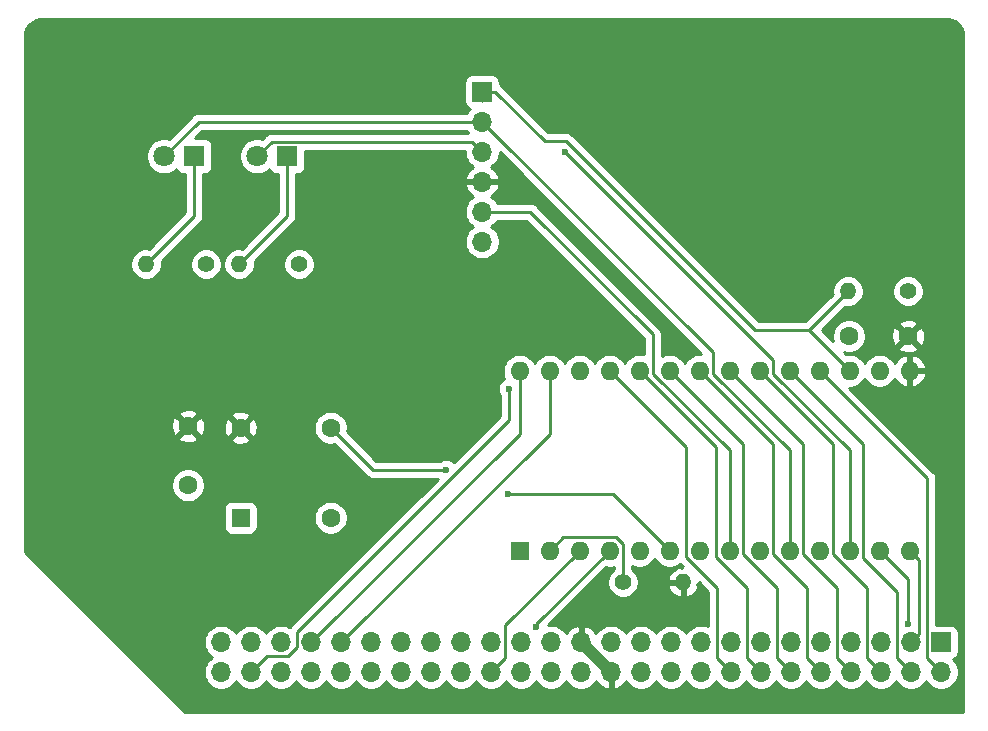
<source format=gbr>
%TF.GenerationSoftware,KiCad,Pcbnew,(5.1.10-1-10_14)*%
%TF.CreationDate,2021-08-31T23:49:44+02:00*%
%TF.ProjectId,serial_board,73657269-616c-45f6-926f-6172642e6b69,rev?*%
%TF.SameCoordinates,Original*%
%TF.FileFunction,Copper,L1,Top*%
%TF.FilePolarity,Positive*%
%FSLAX46Y46*%
G04 Gerber Fmt 4.6, Leading zero omitted, Abs format (unit mm)*
G04 Created by KiCad (PCBNEW (5.1.10-1-10_14)) date 2021-08-31 23:49:44*
%MOMM*%
%LPD*%
G01*
G04 APERTURE LIST*
%TA.AperFunction,ComponentPad*%
%ADD10C,1.800000*%
%TD*%
%TA.AperFunction,ComponentPad*%
%ADD11R,1.800000X1.800000*%
%TD*%
%TA.AperFunction,ComponentPad*%
%ADD12O,1.400000X1.400000*%
%TD*%
%TA.AperFunction,ComponentPad*%
%ADD13C,1.400000*%
%TD*%
%TA.AperFunction,ComponentPad*%
%ADD14C,1.600000*%
%TD*%
%TA.AperFunction,ComponentPad*%
%ADD15R,1.600000X1.600000*%
%TD*%
%TA.AperFunction,ComponentPad*%
%ADD16O,1.600000X1.600000*%
%TD*%
%TA.AperFunction,ComponentPad*%
%ADD17O,1.700000X1.700000*%
%TD*%
%TA.AperFunction,ComponentPad*%
%ADD18R,1.700000X1.700000*%
%TD*%
%TA.AperFunction,ViaPad*%
%ADD19C,0.600000*%
%TD*%
%TA.AperFunction,Conductor*%
%ADD20C,1.000000*%
%TD*%
%TA.AperFunction,Conductor*%
%ADD21C,0.250000*%
%TD*%
%TA.AperFunction,Conductor*%
%ADD22C,0.254000*%
%TD*%
%TA.AperFunction,Conductor*%
%ADD23C,0.100000*%
%TD*%
G04 APERTURE END LIST*
D10*
%TO.P,D2,2*%
%TO.N,/RX*%
X20320000Y47752000D03*
D11*
%TO.P,D2,1*%
%TO.N,Net-(D2-Pad1)*%
X22860000Y47752000D03*
%TD*%
D10*
%TO.P,D1,2*%
%TO.N,/TX*%
X12446000Y47752000D03*
D11*
%TO.P,D1,1*%
%TO.N,Net-(D1-Pad1)*%
X14986000Y47752000D03*
%TD*%
D12*
%TO.P,R4,2*%
%TO.N,/~DSR~*%
X70358000Y36322000D03*
D13*
%TO.P,R4,1*%
%TO.N,GND*%
X75438000Y36322000D03*
%TD*%
D12*
%TO.P,R3,2*%
%TO.N,+5V*%
X56388000Y11684000D03*
D13*
%TO.P,R3,1*%
%TO.N,Net-(R3-Pad1)*%
X51308000Y11684000D03*
%TD*%
D12*
%TO.P,R2,2*%
%TO.N,Net-(D2-Pad1)*%
X18796000Y38608000D03*
D13*
%TO.P,R2,1*%
%TO.N,GND*%
X23876000Y38608000D03*
%TD*%
D12*
%TO.P,R1,2*%
%TO.N,Net-(D1-Pad1)*%
X10922000Y38608000D03*
D13*
%TO.P,R1,1*%
%TO.N,GND*%
X16002000Y38608000D03*
%TD*%
D14*
%TO.P,C2,2*%
%TO.N,GND*%
X70438000Y32512000D03*
%TO.P,C2,1*%
%TO.N,+5V*%
X75438000Y32512000D03*
%TD*%
%TO.P,C1,2*%
%TO.N,GND*%
X14478000Y19892000D03*
%TO.P,C1,1*%
%TO.N,+5V*%
X14478000Y24892000D03*
%TD*%
%TO.P,X1,4*%
%TO.N,GND*%
X26543000Y17145000D03*
%TO.P,X1,5*%
%TO.N,Net-(U1-Pad6)*%
X26543000Y24765000D03*
%TO.P,X1,8*%
%TO.N,+5V*%
X18923000Y24765000D03*
D15*
%TO.P,X1,1*%
%TO.N,Net-(X1-Pad1)*%
X18923000Y17145000D03*
%TD*%
D16*
%TO.P,U1,28*%
%TO.N,R~W~*%
X42545000Y29591000D03*
%TO.P,U1,14*%
%TO.N,A1*%
X75565000Y14351000D03*
%TO.P,U1,27*%
%TO.N,CLK*%
X45085000Y29591000D03*
%TO.P,U1,13*%
%TO.N,A0*%
X73025000Y14351000D03*
%TO.P,U1,26*%
%TO.N,~SLOT_IRQ~*%
X47625000Y29591000D03*
%TO.P,U1,12*%
%TO.N,/RX*%
X70485000Y14351000D03*
%TO.P,U1,25*%
%TO.N,D7*%
X50165000Y29591000D03*
%TO.P,U1,11*%
%TO.N,/~DTR~*%
X67945000Y14351000D03*
%TO.P,U1,24*%
%TO.N,D6*%
X52705000Y29591000D03*
%TO.P,U1,10*%
%TO.N,/TX*%
X65405000Y14351000D03*
%TO.P,U1,23*%
%TO.N,D5*%
X55245000Y29591000D03*
%TO.P,U1,9*%
%TO.N,GND*%
X62865000Y14351000D03*
%TO.P,U1,22*%
%TO.N,D4*%
X57785000Y29591000D03*
%TO.P,U1,8*%
%TO.N,/~RTS~*%
X60325000Y14351000D03*
%TO.P,U1,21*%
%TO.N,D3*%
X60325000Y29591000D03*
%TO.P,U1,7*%
%TO.N,Net-(U1-Pad7)*%
X57785000Y14351000D03*
%TO.P,U1,20*%
%TO.N,D2*%
X62865000Y29591000D03*
%TO.P,U1,6*%
%TO.N,Net-(U1-Pad6)*%
X55245000Y14351000D03*
%TO.P,U1,19*%
%TO.N,D1*%
X65405000Y29591000D03*
%TO.P,U1,5*%
%TO.N,Net-(U1-Pad5)*%
X52705000Y14351000D03*
%TO.P,U1,18*%
%TO.N,D0*%
X67945000Y29591000D03*
%TO.P,U1,4*%
%TO.N,~RESET~*%
X50165000Y14351000D03*
%TO.P,U1,17*%
%TO.N,/~DSR~*%
X70485000Y29591000D03*
%TO.P,U1,3*%
%TO.N,~SLOT_SEL~*%
X47625000Y14351000D03*
%TO.P,U1,16*%
%TO.N,GND*%
X73025000Y29591000D03*
%TO.P,U1,2*%
%TO.N,Net-(R3-Pad1)*%
X45085000Y14351000D03*
%TO.P,U1,15*%
%TO.N,+5V*%
X75565000Y29591000D03*
D15*
%TO.P,U1,1*%
%TO.N,GND*%
X42545000Y14351000D03*
%TD*%
D17*
%TO.P,J2,6*%
%TO.N,GND*%
X39370000Y40513000D03*
%TO.P,J2,5*%
%TO.N,/~RTS~*%
X39370000Y43053000D03*
%TO.P,J2,4*%
%TO.N,+5V*%
X39370000Y45593000D03*
%TO.P,J2,3*%
%TO.N,/RX*%
X39370000Y48133000D03*
%TO.P,J2,2*%
%TO.N,/TX*%
X39370000Y50673000D03*
D18*
%TO.P,J2,1*%
%TO.N,/~DSR~*%
X39370000Y53213000D03*
%TD*%
D17*
%TO.P,J1,50*%
%TO.N,~NMI~*%
X17272000Y4064000D03*
%TO.P,J1,49*%
%TO.N,~RESET~*%
X17272000Y6604000D03*
%TO.P,J1,48*%
%TO.N,~SLOT_IRQ~*%
X19812000Y4064000D03*
%TO.P,J1,47*%
%TO.N,SYNC*%
X19812000Y6604000D03*
%TO.P,J1,46*%
%TO.N,EX3*%
X22352000Y4064000D03*
%TO.P,J1,45*%
%TO.N,~IRQ~*%
X22352000Y6604000D03*
%TO.P,J1,44*%
%TO.N,EX2*%
X24892000Y4064000D03*
%TO.P,J1,43*%
%TO.N,R~W~*%
X24892000Y6604000D03*
%TO.P,J1,42*%
%TO.N,CLK_12M*%
X27432000Y4064000D03*
%TO.P,J1,41*%
%TO.N,CLK*%
X27432000Y6604000D03*
%TO.P,J1,40*%
%TO.N,LED4*%
X29972000Y4064000D03*
%TO.P,J1,39*%
%TO.N,BE*%
X29972000Y6604000D03*
%TO.P,J1,38*%
%TO.N,LED3*%
X32512000Y4064000D03*
%TO.P,J1,37*%
%TO.N,RDY*%
X32512000Y6604000D03*
%TO.P,J1,36*%
%TO.N,LED2*%
X35052000Y4064000D03*
%TO.P,J1,35*%
%TO.N,A15*%
X35052000Y6604000D03*
%TO.P,J1,34*%
%TO.N,LED1*%
X37592000Y4064000D03*
%TO.P,J1,33*%
%TO.N,A14*%
X37592000Y6604000D03*
%TO.P,J1,32*%
%TO.N,~SLOT_SEL~*%
X40132000Y4064000D03*
%TO.P,J1,31*%
%TO.N,A13*%
X40132000Y6604000D03*
%TO.P,J1,30*%
%TO.N,~INH~*%
X42672000Y4064000D03*
%TO.P,J1,29*%
%TO.N,A12*%
X42672000Y6604000D03*
%TO.P,J1,28*%
%TO.N,~SSEL~*%
X45212000Y4064000D03*
%TO.P,J1,27*%
%TO.N,A11*%
X45212000Y6604000D03*
%TO.P,J1,26*%
%TO.N,GND*%
X47752000Y4064000D03*
%TO.P,J1,25*%
%TO.N,+5V*%
X47752000Y6604000D03*
%TO.P,J1,24*%
X50292000Y4064000D03*
%TO.P,J1,23*%
%TO.N,GND*%
X50292000Y6604000D03*
%TO.P,J1,22*%
%TO.N,~SLOW~*%
X52832000Y4064000D03*
%TO.P,J1,21*%
%TO.N,A10*%
X52832000Y6604000D03*
%TO.P,J1,20*%
%TO.N,EX1*%
X55372000Y4064000D03*
%TO.P,J1,19*%
%TO.N,A9*%
X55372000Y6604000D03*
%TO.P,J1,18*%
%TO.N,EX0*%
X57912000Y4064000D03*
%TO.P,J1,17*%
%TO.N,A8*%
X57912000Y6604000D03*
%TO.P,J1,16*%
%TO.N,D7*%
X60452000Y4064000D03*
%TO.P,J1,15*%
%TO.N,A7*%
X60452000Y6604000D03*
%TO.P,J1,14*%
%TO.N,D6*%
X62992000Y4064000D03*
%TO.P,J1,13*%
%TO.N,A6*%
X62992000Y6604000D03*
%TO.P,J1,12*%
%TO.N,D5*%
X65532000Y4064000D03*
%TO.P,J1,11*%
%TO.N,A5*%
X65532000Y6604000D03*
%TO.P,J1,10*%
%TO.N,D4*%
X68072000Y4064000D03*
%TO.P,J1,9*%
%TO.N,A4*%
X68072000Y6604000D03*
%TO.P,J1,8*%
%TO.N,D3*%
X70612000Y4064000D03*
%TO.P,J1,7*%
%TO.N,A3*%
X70612000Y6604000D03*
%TO.P,J1,6*%
%TO.N,D2*%
X73152000Y4064000D03*
%TO.P,J1,5*%
%TO.N,A2*%
X73152000Y6604000D03*
%TO.P,J1,4*%
%TO.N,D1*%
X75692000Y4064000D03*
%TO.P,J1,3*%
%TO.N,A1*%
X75692000Y6604000D03*
%TO.P,J1,2*%
%TO.N,D0*%
X78232000Y4064000D03*
D18*
%TO.P,J1,1*%
%TO.N,A0*%
X78232000Y6604000D03*
%TD*%
D19*
%TO.N,A0*%
X75438000Y8128000D03*
%TO.N,~RESET~*%
X43942000Y7874000D03*
%TO.N,~SLOT_IRQ~*%
X41656000Y28067000D03*
%TO.N,Net-(U1-Pad6)*%
X41529000Y19177000D03*
X36322000Y21209000D03*
%TO.N,/RX*%
X46355000Y48133000D03*
%TD*%
D20*
%TO.N,+5V*%
X50292000Y4064000D02*
X47752000Y6604000D01*
D21*
%TO.N,D7*%
X56659999Y13810999D02*
X56659999Y23096001D01*
X56659999Y23096001D02*
X50165000Y29591000D01*
X59276999Y11193999D02*
X56659999Y13810999D01*
X59276999Y5239001D02*
X59276999Y11193999D01*
X60452000Y4064000D02*
X59276999Y5239001D01*
%TO.N,D6*%
X61816999Y11193999D02*
X59199999Y13810999D01*
X61816999Y5239001D02*
X61816999Y11193999D01*
X59199999Y23096001D02*
X52705000Y29591000D01*
X59199999Y13810999D02*
X59199999Y23096001D01*
X62992000Y4064000D02*
X61816999Y5239001D01*
%TO.N,D5*%
X65532000Y4064000D02*
X64356999Y5239001D01*
X64356999Y11193999D02*
X61450001Y14100997D01*
X64356999Y5239001D02*
X64356999Y11193999D01*
X61450001Y14100997D02*
X61450001Y23385999D01*
X61450001Y23385999D02*
X55245000Y29591000D01*
%TO.N,D4*%
X63990001Y23385999D02*
X57785000Y29591000D01*
X63990001Y14100997D02*
X63990001Y23385999D01*
X66896999Y11193999D02*
X63990001Y14100997D01*
X66896999Y5239001D02*
X66896999Y11193999D01*
X68072000Y4064000D02*
X66896999Y5239001D01*
%TO.N,D3*%
X66530001Y23385999D02*
X60325000Y29591000D01*
X66530001Y14100997D02*
X66530001Y23385999D01*
X69436999Y11193999D02*
X66530001Y14100997D01*
X69436999Y5239001D02*
X69436999Y11193999D01*
X70612000Y4064000D02*
X69436999Y5239001D01*
%TO.N,D2*%
X69070001Y14100997D02*
X69070001Y23385999D01*
X71976999Y11193999D02*
X69070001Y14100997D01*
X71976999Y5239001D02*
X71976999Y11193999D01*
X69070001Y23385999D02*
X62865000Y29591000D01*
X73152000Y4064000D02*
X71976999Y5239001D01*
%TO.N,D1*%
X74516999Y5239001D02*
X74516999Y10825591D01*
X75692000Y4064000D02*
X74516999Y5239001D01*
X71610001Y23385999D02*
X65405000Y29591000D01*
X74516999Y10825591D02*
X71610001Y13732589D01*
X71610001Y13732589D02*
X71610001Y23385999D01*
%TO.N,A1*%
X76364999Y7276999D02*
X75692000Y6604000D01*
X76364999Y13551001D02*
X76364999Y7276999D01*
X75565000Y14351000D02*
X76364999Y13551001D01*
%TO.N,D0*%
X77056999Y20479001D02*
X67945000Y29591000D01*
X77056999Y5239001D02*
X77056999Y20479001D01*
X78232000Y4064000D02*
X77056999Y5239001D01*
%TO.N,A0*%
X75438000Y10541000D02*
X75438000Y10541000D01*
X75438000Y11938000D02*
X75438000Y8128000D01*
X73025000Y14351000D02*
X75438000Y11938000D01*
%TO.N,CLK*%
X45085000Y24257000D02*
X27432000Y6604000D01*
X45085000Y29591000D02*
X45085000Y24257000D01*
%TO.N,~RESET~*%
X50165000Y14351000D02*
X43942000Y8128000D01*
X43942000Y8128000D02*
X43942000Y7874000D01*
%TO.N,~SLOT_IRQ~*%
X23716999Y6229997D02*
X23716999Y7460999D01*
X21176999Y5428999D02*
X22916001Y5428999D01*
X22916001Y5428999D02*
X23716999Y6229997D01*
X19812000Y4064000D02*
X21176999Y5428999D01*
X23716999Y7460999D02*
X41656000Y25400000D01*
X41656000Y25400000D02*
X41656000Y28067000D01*
X41656000Y28067000D02*
X41656000Y28067000D01*
%TO.N,R~W~*%
X42545000Y24257000D02*
X24892000Y6604000D01*
X42545000Y29591000D02*
X42545000Y24257000D01*
%TO.N,~SLOT_SEL~*%
X41307001Y8033001D02*
X47625000Y14351000D01*
X41307001Y5239001D02*
X41307001Y8033001D01*
X40132000Y4064000D02*
X41307001Y5239001D01*
%TO.N,Net-(U1-Pad6)*%
X55245000Y14351000D02*
X50419000Y19177000D01*
X50419000Y19177000D02*
X41529000Y19177000D01*
X41529000Y19177000D02*
X41402000Y19177000D01*
X30099000Y21209000D02*
X26543000Y24765000D01*
X36322000Y21209000D02*
X30099000Y21209000D01*
%TO.N,Net-(D1-Pad1)*%
X14986000Y42672000D02*
X10922000Y38608000D01*
X14986000Y47752000D02*
X14986000Y42672000D01*
%TO.N,Net-(D2-Pad1)*%
X22860000Y42672000D02*
X18796000Y38608000D01*
X22860000Y47752000D02*
X22860000Y42672000D01*
%TO.N,Net-(R3-Pad1)*%
X46210001Y15476001D02*
X45085000Y14351000D01*
X51290001Y14891001D02*
X50705001Y15476001D01*
X50705001Y15476001D02*
X46210001Y15476001D01*
X51290001Y12073999D02*
X51290001Y14891001D01*
X51680000Y11684000D02*
X51290001Y12073999D01*
%TO.N,/TX*%
X58910001Y31132999D02*
X39370000Y50673000D01*
X58910001Y29340997D02*
X58910001Y31132999D01*
X65405000Y22845998D02*
X58910001Y29340997D01*
X65405000Y14351000D02*
X65405000Y22845998D01*
X15367000Y50673000D02*
X12446000Y47752000D01*
X39370000Y50673000D02*
X15367000Y50673000D01*
%TO.N,/RX*%
X63990001Y29340997D02*
X63990001Y30497999D01*
X70485000Y22845998D02*
X63990001Y29340997D01*
X70485000Y14351000D02*
X70485000Y22845998D01*
X63990001Y30497999D02*
X46355000Y48133000D01*
X46355000Y48133000D02*
X46355000Y48133000D01*
X21550999Y48982999D02*
X20320000Y47752000D01*
X38520001Y48982999D02*
X21550999Y48982999D01*
X39370000Y48133000D02*
X38520001Y48982999D01*
%TO.N,/~RTS~*%
X43448002Y43053000D02*
X39370000Y43053000D01*
X53830001Y32671001D02*
X53378751Y33122251D01*
X53378751Y33122251D02*
X43448002Y43053000D01*
X60325000Y14351000D02*
X60325000Y22845998D01*
X53830001Y29340997D02*
X53830001Y32671001D01*
X60325000Y22845998D02*
X53830001Y29340997D01*
%TO.N,/~DSR~*%
X39370000Y53213000D02*
X39370000Y52412002D01*
X70358000Y36322000D02*
X67056000Y33020000D01*
X70485000Y29591000D02*
X67056000Y33020000D01*
X40470000Y53213000D02*
X39370000Y53213000D01*
X44661000Y49022000D02*
X40470000Y53213000D01*
X46482000Y49022000D02*
X44661000Y49022000D01*
X62484000Y33020000D02*
X46482000Y49022000D01*
X67056000Y33020000D02*
X62484000Y33020000D01*
%TD*%
D22*
%TO.N,+5V*%
X2125353Y59386000D02*
X78646647Y59386000D01*
X78740956Y59395289D01*
X78903542Y59379347D01*
X79183018Y59294969D01*
X79440780Y59157915D01*
X79667015Y58973401D01*
X79853103Y58748460D01*
X79991956Y58491658D01*
X80078282Y58212781D01*
X80096365Y58040731D01*
X80087000Y57945646D01*
X80087001Y685000D01*
X14218381Y685000D01*
X685000Y14218380D01*
X685000Y17945000D01*
X17484928Y17945000D01*
X17484928Y16345000D01*
X17497188Y16220518D01*
X17533498Y16100820D01*
X17592463Y15990506D01*
X17671815Y15893815D01*
X17768506Y15814463D01*
X17878820Y15755498D01*
X17998518Y15719188D01*
X18123000Y15706928D01*
X19723000Y15706928D01*
X19847482Y15719188D01*
X19967180Y15755498D01*
X20077494Y15814463D01*
X20174185Y15893815D01*
X20253537Y15990506D01*
X20312502Y16100820D01*
X20348812Y16220518D01*
X20361072Y16345000D01*
X20361072Y17286335D01*
X25108000Y17286335D01*
X25108000Y17003665D01*
X25163147Y16726426D01*
X25271320Y16465273D01*
X25428363Y16230241D01*
X25628241Y16030363D01*
X25863273Y15873320D01*
X26124426Y15765147D01*
X26401665Y15710000D01*
X26684335Y15710000D01*
X26961574Y15765147D01*
X27222727Y15873320D01*
X27457759Y16030363D01*
X27657637Y16230241D01*
X27814680Y16465273D01*
X27922853Y16726426D01*
X27978000Y17003665D01*
X27978000Y17286335D01*
X27922853Y17563574D01*
X27814680Y17824727D01*
X27657637Y18059759D01*
X27457759Y18259637D01*
X27222727Y18416680D01*
X26961574Y18524853D01*
X26684335Y18580000D01*
X26401665Y18580000D01*
X26124426Y18524853D01*
X25863273Y18416680D01*
X25628241Y18259637D01*
X25428363Y18059759D01*
X25271320Y17824727D01*
X25163147Y17563574D01*
X25108000Y17286335D01*
X20361072Y17286335D01*
X20361072Y17945000D01*
X20348812Y18069482D01*
X20312502Y18189180D01*
X20253537Y18299494D01*
X20174185Y18396185D01*
X20077494Y18475537D01*
X19967180Y18534502D01*
X19847482Y18570812D01*
X19723000Y18583072D01*
X18123000Y18583072D01*
X17998518Y18570812D01*
X17878820Y18534502D01*
X17768506Y18475537D01*
X17671815Y18396185D01*
X17592463Y18299494D01*
X17533498Y18189180D01*
X17497188Y18069482D01*
X17484928Y17945000D01*
X685000Y17945000D01*
X685000Y20033335D01*
X13043000Y20033335D01*
X13043000Y19750665D01*
X13098147Y19473426D01*
X13206320Y19212273D01*
X13363363Y18977241D01*
X13563241Y18777363D01*
X13798273Y18620320D01*
X14059426Y18512147D01*
X14336665Y18457000D01*
X14619335Y18457000D01*
X14896574Y18512147D01*
X15157727Y18620320D01*
X15392759Y18777363D01*
X15592637Y18977241D01*
X15749680Y19212273D01*
X15857853Y19473426D01*
X15913000Y19750665D01*
X15913000Y20033335D01*
X15857853Y20310574D01*
X15749680Y20571727D01*
X15592637Y20806759D01*
X15392759Y21006637D01*
X15157727Y21163680D01*
X14896574Y21271853D01*
X14619335Y21327000D01*
X14336665Y21327000D01*
X14059426Y21271853D01*
X13798273Y21163680D01*
X13563241Y21006637D01*
X13363363Y20806759D01*
X13206320Y20571727D01*
X13098147Y20310574D01*
X13043000Y20033335D01*
X685000Y20033335D01*
X685000Y23899298D01*
X13664903Y23899298D01*
X13736486Y23655329D01*
X13991996Y23534429D01*
X14266184Y23465700D01*
X14548512Y23451783D01*
X14828130Y23493213D01*
X15094292Y23588397D01*
X15219514Y23655329D01*
X15253833Y23772298D01*
X18109903Y23772298D01*
X18181486Y23528329D01*
X18436996Y23407429D01*
X18711184Y23338700D01*
X18993512Y23324783D01*
X19273130Y23366213D01*
X19539292Y23461397D01*
X19664514Y23528329D01*
X19736097Y23772298D01*
X18923000Y24585395D01*
X18109903Y23772298D01*
X15253833Y23772298D01*
X15291097Y23899298D01*
X14478000Y24712395D01*
X13664903Y23899298D01*
X685000Y23899298D01*
X685000Y24821488D01*
X13037783Y24821488D01*
X13079213Y24541870D01*
X13174397Y24275708D01*
X13241329Y24150486D01*
X13485298Y24078903D01*
X14298395Y24892000D01*
X14657605Y24892000D01*
X15470702Y24078903D01*
X15714671Y24150486D01*
X15835571Y24405996D01*
X15904300Y24680184D01*
X15905005Y24694488D01*
X17482783Y24694488D01*
X17524213Y24414870D01*
X17619397Y24148708D01*
X17686329Y24023486D01*
X17930298Y23951903D01*
X18743395Y24765000D01*
X19102605Y24765000D01*
X19915702Y23951903D01*
X20159671Y24023486D01*
X20280571Y24278996D01*
X20349300Y24553184D01*
X20363217Y24835512D01*
X20321787Y25115130D01*
X20226603Y25381292D01*
X20159671Y25506514D01*
X19915702Y25578097D01*
X19102605Y24765000D01*
X18743395Y24765000D01*
X17930298Y25578097D01*
X17686329Y25506514D01*
X17565429Y25251004D01*
X17496700Y24976816D01*
X17482783Y24694488D01*
X15905005Y24694488D01*
X15918217Y24962512D01*
X15876787Y25242130D01*
X15781603Y25508292D01*
X15714671Y25633514D01*
X15470702Y25705097D01*
X14657605Y24892000D01*
X14298395Y24892000D01*
X13485298Y25705097D01*
X13241329Y25633514D01*
X13120429Y25378004D01*
X13051700Y25103816D01*
X13037783Y24821488D01*
X685000Y24821488D01*
X685000Y25884702D01*
X13664903Y25884702D01*
X14478000Y25071605D01*
X15164097Y25757702D01*
X18109903Y25757702D01*
X18923000Y24944605D01*
X19736097Y25757702D01*
X19664514Y26001671D01*
X19409004Y26122571D01*
X19134816Y26191300D01*
X18852488Y26205217D01*
X18572870Y26163787D01*
X18306708Y26068603D01*
X18181486Y26001671D01*
X18109903Y25757702D01*
X15164097Y25757702D01*
X15291097Y25884702D01*
X15219514Y26128671D01*
X14964004Y26249571D01*
X14689816Y26318300D01*
X14407488Y26332217D01*
X14127870Y26290787D01*
X13861708Y26195603D01*
X13736486Y26128671D01*
X13664903Y25884702D01*
X685000Y25884702D01*
X685000Y38739486D01*
X9587000Y38739486D01*
X9587000Y38476514D01*
X9638304Y38218595D01*
X9738939Y37975641D01*
X9885038Y37756987D01*
X10070987Y37571038D01*
X10289641Y37424939D01*
X10532595Y37324304D01*
X10790514Y37273000D01*
X11053486Y37273000D01*
X11311405Y37324304D01*
X11554359Y37424939D01*
X11773013Y37571038D01*
X11958962Y37756987D01*
X12105061Y37975641D01*
X12205696Y38218595D01*
X12257000Y38476514D01*
X12257000Y38739486D01*
X14667000Y38739486D01*
X14667000Y38476514D01*
X14718304Y38218595D01*
X14818939Y37975641D01*
X14965038Y37756987D01*
X15150987Y37571038D01*
X15369641Y37424939D01*
X15612595Y37324304D01*
X15870514Y37273000D01*
X16133486Y37273000D01*
X16391405Y37324304D01*
X16634359Y37424939D01*
X16853013Y37571038D01*
X17038962Y37756987D01*
X17185061Y37975641D01*
X17285696Y38218595D01*
X17337000Y38476514D01*
X17337000Y38739486D01*
X17285696Y38997405D01*
X17185061Y39240359D01*
X17038962Y39459013D01*
X16853013Y39644962D01*
X16634359Y39791061D01*
X16391405Y39891696D01*
X16133486Y39943000D01*
X15870514Y39943000D01*
X15612595Y39891696D01*
X15369641Y39791061D01*
X15150987Y39644962D01*
X14965038Y39459013D01*
X14818939Y39240359D01*
X14718304Y38997405D01*
X14667000Y38739486D01*
X12257000Y38739486D01*
X12235645Y38846844D01*
X15497003Y42108201D01*
X15526001Y42131999D01*
X15552332Y42164083D01*
X15620974Y42247723D01*
X15691546Y42379753D01*
X15703156Y42418026D01*
X15735003Y42523014D01*
X15746000Y42634667D01*
X15746000Y42634677D01*
X15749676Y42672000D01*
X15746000Y42709323D01*
X15746000Y46213928D01*
X15886000Y46213928D01*
X16010482Y46226188D01*
X16130180Y46262498D01*
X16240494Y46321463D01*
X16337185Y46400815D01*
X16416537Y46497506D01*
X16475502Y46607820D01*
X16511812Y46727518D01*
X16524072Y46852000D01*
X16524072Y48652000D01*
X16511812Y48776482D01*
X16475502Y48896180D01*
X16416537Y49006494D01*
X16337185Y49103185D01*
X16240494Y49182537D01*
X16130180Y49241502D01*
X16010482Y49277812D01*
X15886000Y49290072D01*
X15058874Y49290072D01*
X15681802Y49913000D01*
X38091822Y49913000D01*
X38205413Y49742999D01*
X21588321Y49742999D01*
X21550998Y49746675D01*
X21513675Y49742999D01*
X21513666Y49742999D01*
X21402013Y49732002D01*
X21258752Y49688545D01*
X21126723Y49617973D01*
X21126721Y49617972D01*
X21126722Y49617972D01*
X21039995Y49546798D01*
X21039991Y49546794D01*
X21010998Y49523000D01*
X20987204Y49494007D01*
X20728929Y49235732D01*
X20471184Y49287000D01*
X20168816Y49287000D01*
X19872257Y49228011D01*
X19592905Y49112299D01*
X19341495Y48944312D01*
X19127688Y48730505D01*
X18959701Y48479095D01*
X18843989Y48199743D01*
X18785000Y47903184D01*
X18785000Y47600816D01*
X18843989Y47304257D01*
X18959701Y47024905D01*
X19127688Y46773495D01*
X19341495Y46559688D01*
X19592905Y46391701D01*
X19872257Y46275989D01*
X20168816Y46217000D01*
X20471184Y46217000D01*
X20767743Y46275989D01*
X21047095Y46391701D01*
X21298505Y46559688D01*
X21364944Y46626127D01*
X21370498Y46607820D01*
X21429463Y46497506D01*
X21508815Y46400815D01*
X21605506Y46321463D01*
X21715820Y46262498D01*
X21835518Y46226188D01*
X21960000Y46213928D01*
X22100000Y46213928D01*
X22100001Y42986803D01*
X19034844Y39921645D01*
X18927486Y39943000D01*
X18664514Y39943000D01*
X18406595Y39891696D01*
X18163641Y39791061D01*
X17944987Y39644962D01*
X17759038Y39459013D01*
X17612939Y39240359D01*
X17512304Y38997405D01*
X17461000Y38739486D01*
X17461000Y38476514D01*
X17512304Y38218595D01*
X17612939Y37975641D01*
X17759038Y37756987D01*
X17944987Y37571038D01*
X18163641Y37424939D01*
X18406595Y37324304D01*
X18664514Y37273000D01*
X18927486Y37273000D01*
X19185405Y37324304D01*
X19428359Y37424939D01*
X19647013Y37571038D01*
X19832962Y37756987D01*
X19979061Y37975641D01*
X20079696Y38218595D01*
X20131000Y38476514D01*
X20131000Y38739486D01*
X22541000Y38739486D01*
X22541000Y38476514D01*
X22592304Y38218595D01*
X22692939Y37975641D01*
X22839038Y37756987D01*
X23024987Y37571038D01*
X23243641Y37424939D01*
X23486595Y37324304D01*
X23744514Y37273000D01*
X24007486Y37273000D01*
X24265405Y37324304D01*
X24508359Y37424939D01*
X24727013Y37571038D01*
X24912962Y37756987D01*
X25059061Y37975641D01*
X25159696Y38218595D01*
X25211000Y38476514D01*
X25211000Y38739486D01*
X25159696Y38997405D01*
X25059061Y39240359D01*
X24912962Y39459013D01*
X24727013Y39644962D01*
X24508359Y39791061D01*
X24265405Y39891696D01*
X24007486Y39943000D01*
X23744514Y39943000D01*
X23486595Y39891696D01*
X23243641Y39791061D01*
X23024987Y39644962D01*
X22839038Y39459013D01*
X22692939Y39240359D01*
X22592304Y38997405D01*
X22541000Y38739486D01*
X20131000Y38739486D01*
X20109645Y38846844D01*
X23371003Y42108201D01*
X23400001Y42131999D01*
X23426332Y42164083D01*
X23494974Y42247723D01*
X23565546Y42379753D01*
X23577156Y42418026D01*
X23609003Y42523014D01*
X23620000Y42634667D01*
X23620000Y42634677D01*
X23623676Y42672000D01*
X23620000Y42709323D01*
X23620000Y46213928D01*
X23760000Y46213928D01*
X23884482Y46226188D01*
X24004180Y46262498D01*
X24114494Y46321463D01*
X24211185Y46400815D01*
X24290537Y46497506D01*
X24349502Y46607820D01*
X24385812Y46727518D01*
X24398072Y46852000D01*
X24398072Y48222999D01*
X37885000Y48222999D01*
X37885000Y47986740D01*
X37942068Y47699842D01*
X38054010Y47429589D01*
X38216525Y47186368D01*
X38423368Y46979525D01*
X38605534Y46857805D01*
X38488645Y46788178D01*
X38272412Y46593269D01*
X38098359Y46359920D01*
X37973175Y46097099D01*
X37928524Y45949890D01*
X38049845Y45720000D01*
X39243000Y45720000D01*
X39243000Y45740000D01*
X39497000Y45740000D01*
X39497000Y45720000D01*
X40690155Y45720000D01*
X40811476Y45949890D01*
X40766825Y46097099D01*
X40641641Y46359920D01*
X40467588Y46593269D01*
X40251355Y46788178D01*
X40134466Y46857805D01*
X40316632Y46979525D01*
X40523475Y47186368D01*
X40685990Y47429589D01*
X40797932Y47699842D01*
X40855000Y47986740D01*
X40855000Y48113199D01*
X57946136Y31022061D01*
X57926335Y31026000D01*
X57643665Y31026000D01*
X57366426Y30970853D01*
X57105273Y30862680D01*
X56870241Y30705637D01*
X56670363Y30505759D01*
X56515000Y30273241D01*
X56359637Y30505759D01*
X56159759Y30705637D01*
X55924727Y30862680D01*
X55663574Y30970853D01*
X55386335Y31026000D01*
X55103665Y31026000D01*
X54826426Y30970853D01*
X54590001Y30872923D01*
X54590001Y32633678D01*
X54593677Y32671001D01*
X54590001Y32708324D01*
X54590001Y32708334D01*
X54579004Y32819987D01*
X54535547Y32963248D01*
X54464975Y33095277D01*
X54370002Y33211002D01*
X54340998Y33234805D01*
X53942555Y33633248D01*
X53942550Y33633254D01*
X44011806Y43563997D01*
X43988003Y43593001D01*
X43872278Y43687974D01*
X43740249Y43758546D01*
X43596988Y43802003D01*
X43485335Y43813000D01*
X43485324Y43813000D01*
X43448002Y43816676D01*
X43410680Y43813000D01*
X40648178Y43813000D01*
X40523475Y43999632D01*
X40316632Y44206475D01*
X40134466Y44328195D01*
X40251355Y44397822D01*
X40467588Y44592731D01*
X40641641Y44826080D01*
X40766825Y45088901D01*
X40811476Y45236110D01*
X40690155Y45466000D01*
X39497000Y45466000D01*
X39497000Y45446000D01*
X39243000Y45446000D01*
X39243000Y45466000D01*
X38049845Y45466000D01*
X37928524Y45236110D01*
X37973175Y45088901D01*
X38098359Y44826080D01*
X38272412Y44592731D01*
X38488645Y44397822D01*
X38605534Y44328195D01*
X38423368Y44206475D01*
X38216525Y43999632D01*
X38054010Y43756411D01*
X37942068Y43486158D01*
X37885000Y43199260D01*
X37885000Y42906740D01*
X37942068Y42619842D01*
X38054010Y42349589D01*
X38216525Y42106368D01*
X38423368Y41899525D01*
X38597760Y41783000D01*
X38423368Y41666475D01*
X38216525Y41459632D01*
X38054010Y41216411D01*
X37942068Y40946158D01*
X37885000Y40659260D01*
X37885000Y40366740D01*
X37942068Y40079842D01*
X38054010Y39809589D01*
X38216525Y39566368D01*
X38423368Y39359525D01*
X38666589Y39197010D01*
X38936842Y39085068D01*
X39223740Y39028000D01*
X39516260Y39028000D01*
X39803158Y39085068D01*
X40073411Y39197010D01*
X40316632Y39359525D01*
X40523475Y39566368D01*
X40685990Y39809589D01*
X40797932Y40079842D01*
X40855000Y40366740D01*
X40855000Y40659260D01*
X40797932Y40946158D01*
X40685990Y41216411D01*
X40523475Y41459632D01*
X40316632Y41666475D01*
X40142240Y41783000D01*
X40316632Y41899525D01*
X40523475Y42106368D01*
X40648178Y42293000D01*
X43133201Y42293000D01*
X52867748Y32558452D01*
X52867754Y32558447D01*
X53070002Y32356199D01*
X53070001Y30981509D01*
X52846335Y31026000D01*
X52563665Y31026000D01*
X52286426Y30970853D01*
X52025273Y30862680D01*
X51790241Y30705637D01*
X51590363Y30505759D01*
X51435000Y30273241D01*
X51279637Y30505759D01*
X51079759Y30705637D01*
X50844727Y30862680D01*
X50583574Y30970853D01*
X50306335Y31026000D01*
X50023665Y31026000D01*
X49746426Y30970853D01*
X49485273Y30862680D01*
X49250241Y30705637D01*
X49050363Y30505759D01*
X48895000Y30273241D01*
X48739637Y30505759D01*
X48539759Y30705637D01*
X48304727Y30862680D01*
X48043574Y30970853D01*
X47766335Y31026000D01*
X47483665Y31026000D01*
X47206426Y30970853D01*
X46945273Y30862680D01*
X46710241Y30705637D01*
X46510363Y30505759D01*
X46355000Y30273241D01*
X46199637Y30505759D01*
X45999759Y30705637D01*
X45764727Y30862680D01*
X45503574Y30970853D01*
X45226335Y31026000D01*
X44943665Y31026000D01*
X44666426Y30970853D01*
X44405273Y30862680D01*
X44170241Y30705637D01*
X43970363Y30505759D01*
X43815000Y30273241D01*
X43659637Y30505759D01*
X43459759Y30705637D01*
X43224727Y30862680D01*
X42963574Y30970853D01*
X42686335Y31026000D01*
X42403665Y31026000D01*
X42126426Y30970853D01*
X41865273Y30862680D01*
X41630241Y30705637D01*
X41430363Y30505759D01*
X41273320Y30270727D01*
X41165147Y30009574D01*
X41110000Y29732335D01*
X41110000Y29449665D01*
X41165147Y29172426D01*
X41270049Y28919170D01*
X41213111Y28895586D01*
X41059972Y28793262D01*
X40929738Y28663028D01*
X40827414Y28509889D01*
X40756932Y28339729D01*
X40721000Y28159089D01*
X40721000Y27974911D01*
X40756932Y27794271D01*
X40827414Y27624111D01*
X40896001Y27521463D01*
X40896000Y25714802D01*
X37017244Y21836046D01*
X36918028Y21935262D01*
X36764889Y22037586D01*
X36594729Y22108068D01*
X36414089Y22144000D01*
X36229911Y22144000D01*
X36049271Y22108068D01*
X35879111Y22037586D01*
X35776465Y21969000D01*
X30413803Y21969000D01*
X27941688Y24441114D01*
X27978000Y24623665D01*
X27978000Y24906335D01*
X27922853Y25183574D01*
X27814680Y25444727D01*
X27657637Y25679759D01*
X27457759Y25879637D01*
X27222727Y26036680D01*
X26961574Y26144853D01*
X26684335Y26200000D01*
X26401665Y26200000D01*
X26124426Y26144853D01*
X25863273Y26036680D01*
X25628241Y25879637D01*
X25428363Y25679759D01*
X25271320Y25444727D01*
X25163147Y25183574D01*
X25108000Y24906335D01*
X25108000Y24623665D01*
X25163147Y24346426D01*
X25271320Y24085273D01*
X25428363Y23850241D01*
X25628241Y23650363D01*
X25863273Y23493320D01*
X26124426Y23385147D01*
X26401665Y23330000D01*
X26684335Y23330000D01*
X26866886Y23366312D01*
X29535205Y20697992D01*
X29558999Y20668999D01*
X29587992Y20645205D01*
X29587996Y20645201D01*
X29608972Y20627987D01*
X29674724Y20574026D01*
X29806753Y20503454D01*
X29950014Y20459997D01*
X30061667Y20449000D01*
X30061676Y20449000D01*
X30098999Y20445324D01*
X30136322Y20449000D01*
X35630198Y20449000D01*
X23205997Y8024798D01*
X23176999Y8001000D01*
X23153201Y7972002D01*
X23153200Y7972001D01*
X23091000Y7896210D01*
X23055411Y7919990D01*
X22785158Y8031932D01*
X22498260Y8089000D01*
X22205740Y8089000D01*
X21918842Y8031932D01*
X21648589Y7919990D01*
X21405368Y7757475D01*
X21198525Y7550632D01*
X21082000Y7376240D01*
X20965475Y7550632D01*
X20758632Y7757475D01*
X20515411Y7919990D01*
X20245158Y8031932D01*
X19958260Y8089000D01*
X19665740Y8089000D01*
X19378842Y8031932D01*
X19108589Y7919990D01*
X18865368Y7757475D01*
X18658525Y7550632D01*
X18542000Y7376240D01*
X18425475Y7550632D01*
X18218632Y7757475D01*
X17975411Y7919990D01*
X17705158Y8031932D01*
X17418260Y8089000D01*
X17125740Y8089000D01*
X16838842Y8031932D01*
X16568589Y7919990D01*
X16325368Y7757475D01*
X16118525Y7550632D01*
X15956010Y7307411D01*
X15844068Y7037158D01*
X15787000Y6750260D01*
X15787000Y6457740D01*
X15844068Y6170842D01*
X15956010Y5900589D01*
X16118525Y5657368D01*
X16325368Y5450525D01*
X16499760Y5334000D01*
X16325368Y5217475D01*
X16118525Y5010632D01*
X15956010Y4767411D01*
X15844068Y4497158D01*
X15787000Y4210260D01*
X15787000Y3917740D01*
X15844068Y3630842D01*
X15956010Y3360589D01*
X16118525Y3117368D01*
X16325368Y2910525D01*
X16568589Y2748010D01*
X16838842Y2636068D01*
X17125740Y2579000D01*
X17418260Y2579000D01*
X17705158Y2636068D01*
X17975411Y2748010D01*
X18218632Y2910525D01*
X18425475Y3117368D01*
X18542000Y3291760D01*
X18658525Y3117368D01*
X18865368Y2910525D01*
X19108589Y2748010D01*
X19378842Y2636068D01*
X19665740Y2579000D01*
X19958260Y2579000D01*
X20245158Y2636068D01*
X20515411Y2748010D01*
X20758632Y2910525D01*
X20965475Y3117368D01*
X21082000Y3291760D01*
X21198525Y3117368D01*
X21405368Y2910525D01*
X21648589Y2748010D01*
X21918842Y2636068D01*
X22205740Y2579000D01*
X22498260Y2579000D01*
X22785158Y2636068D01*
X23055411Y2748010D01*
X23298632Y2910525D01*
X23505475Y3117368D01*
X23622000Y3291760D01*
X23738525Y3117368D01*
X23945368Y2910525D01*
X24188589Y2748010D01*
X24458842Y2636068D01*
X24745740Y2579000D01*
X25038260Y2579000D01*
X25325158Y2636068D01*
X25595411Y2748010D01*
X25838632Y2910525D01*
X26045475Y3117368D01*
X26162000Y3291760D01*
X26278525Y3117368D01*
X26485368Y2910525D01*
X26728589Y2748010D01*
X26998842Y2636068D01*
X27285740Y2579000D01*
X27578260Y2579000D01*
X27865158Y2636068D01*
X28135411Y2748010D01*
X28378632Y2910525D01*
X28585475Y3117368D01*
X28702000Y3291760D01*
X28818525Y3117368D01*
X29025368Y2910525D01*
X29268589Y2748010D01*
X29538842Y2636068D01*
X29825740Y2579000D01*
X30118260Y2579000D01*
X30405158Y2636068D01*
X30675411Y2748010D01*
X30918632Y2910525D01*
X31125475Y3117368D01*
X31242000Y3291760D01*
X31358525Y3117368D01*
X31565368Y2910525D01*
X31808589Y2748010D01*
X32078842Y2636068D01*
X32365740Y2579000D01*
X32658260Y2579000D01*
X32945158Y2636068D01*
X33215411Y2748010D01*
X33458632Y2910525D01*
X33665475Y3117368D01*
X33782000Y3291760D01*
X33898525Y3117368D01*
X34105368Y2910525D01*
X34348589Y2748010D01*
X34618842Y2636068D01*
X34905740Y2579000D01*
X35198260Y2579000D01*
X35485158Y2636068D01*
X35755411Y2748010D01*
X35998632Y2910525D01*
X36205475Y3117368D01*
X36322000Y3291760D01*
X36438525Y3117368D01*
X36645368Y2910525D01*
X36888589Y2748010D01*
X37158842Y2636068D01*
X37445740Y2579000D01*
X37738260Y2579000D01*
X38025158Y2636068D01*
X38295411Y2748010D01*
X38538632Y2910525D01*
X38745475Y3117368D01*
X38862000Y3291760D01*
X38978525Y3117368D01*
X39185368Y2910525D01*
X39428589Y2748010D01*
X39698842Y2636068D01*
X39985740Y2579000D01*
X40278260Y2579000D01*
X40565158Y2636068D01*
X40835411Y2748010D01*
X41078632Y2910525D01*
X41285475Y3117368D01*
X41402000Y3291760D01*
X41518525Y3117368D01*
X41725368Y2910525D01*
X41968589Y2748010D01*
X42238842Y2636068D01*
X42525740Y2579000D01*
X42818260Y2579000D01*
X43105158Y2636068D01*
X43375411Y2748010D01*
X43618632Y2910525D01*
X43825475Y3117368D01*
X43942000Y3291760D01*
X44058525Y3117368D01*
X44265368Y2910525D01*
X44508589Y2748010D01*
X44778842Y2636068D01*
X45065740Y2579000D01*
X45358260Y2579000D01*
X45645158Y2636068D01*
X45915411Y2748010D01*
X46158632Y2910525D01*
X46365475Y3117368D01*
X46482000Y3291760D01*
X46598525Y3117368D01*
X46805368Y2910525D01*
X47048589Y2748010D01*
X47318842Y2636068D01*
X47605740Y2579000D01*
X47898260Y2579000D01*
X48185158Y2636068D01*
X48455411Y2748010D01*
X48698632Y2910525D01*
X48905475Y3117368D01*
X49027195Y3299534D01*
X49096822Y3182645D01*
X49291731Y2966412D01*
X49525080Y2792359D01*
X49787901Y2667175D01*
X49935110Y2622524D01*
X50165000Y2743845D01*
X50165000Y3937000D01*
X50145000Y3937000D01*
X50145000Y4191000D01*
X50165000Y4191000D01*
X50165000Y4211000D01*
X50419000Y4211000D01*
X50419000Y4191000D01*
X50439000Y4191000D01*
X50439000Y3937000D01*
X50419000Y3937000D01*
X50419000Y2743845D01*
X50648890Y2622524D01*
X50796099Y2667175D01*
X51058920Y2792359D01*
X51292269Y2966412D01*
X51487178Y3182645D01*
X51556805Y3299534D01*
X51678525Y3117368D01*
X51885368Y2910525D01*
X52128589Y2748010D01*
X52398842Y2636068D01*
X52685740Y2579000D01*
X52978260Y2579000D01*
X53265158Y2636068D01*
X53535411Y2748010D01*
X53778632Y2910525D01*
X53985475Y3117368D01*
X54102000Y3291760D01*
X54218525Y3117368D01*
X54425368Y2910525D01*
X54668589Y2748010D01*
X54938842Y2636068D01*
X55225740Y2579000D01*
X55518260Y2579000D01*
X55805158Y2636068D01*
X56075411Y2748010D01*
X56318632Y2910525D01*
X56525475Y3117368D01*
X56642000Y3291760D01*
X56758525Y3117368D01*
X56965368Y2910525D01*
X57208589Y2748010D01*
X57478842Y2636068D01*
X57765740Y2579000D01*
X58058260Y2579000D01*
X58345158Y2636068D01*
X58615411Y2748010D01*
X58858632Y2910525D01*
X59065475Y3117368D01*
X59182000Y3291760D01*
X59298525Y3117368D01*
X59505368Y2910525D01*
X59748589Y2748010D01*
X60018842Y2636068D01*
X60305740Y2579000D01*
X60598260Y2579000D01*
X60885158Y2636068D01*
X61155411Y2748010D01*
X61398632Y2910525D01*
X61605475Y3117368D01*
X61722000Y3291760D01*
X61838525Y3117368D01*
X62045368Y2910525D01*
X62288589Y2748010D01*
X62558842Y2636068D01*
X62845740Y2579000D01*
X63138260Y2579000D01*
X63425158Y2636068D01*
X63695411Y2748010D01*
X63938632Y2910525D01*
X64145475Y3117368D01*
X64262000Y3291760D01*
X64378525Y3117368D01*
X64585368Y2910525D01*
X64828589Y2748010D01*
X65098842Y2636068D01*
X65385740Y2579000D01*
X65678260Y2579000D01*
X65965158Y2636068D01*
X66235411Y2748010D01*
X66478632Y2910525D01*
X66685475Y3117368D01*
X66802000Y3291760D01*
X66918525Y3117368D01*
X67125368Y2910525D01*
X67368589Y2748010D01*
X67638842Y2636068D01*
X67925740Y2579000D01*
X68218260Y2579000D01*
X68505158Y2636068D01*
X68775411Y2748010D01*
X69018632Y2910525D01*
X69225475Y3117368D01*
X69342000Y3291760D01*
X69458525Y3117368D01*
X69665368Y2910525D01*
X69908589Y2748010D01*
X70178842Y2636068D01*
X70465740Y2579000D01*
X70758260Y2579000D01*
X71045158Y2636068D01*
X71315411Y2748010D01*
X71558632Y2910525D01*
X71765475Y3117368D01*
X71882000Y3291760D01*
X71998525Y3117368D01*
X72205368Y2910525D01*
X72448589Y2748010D01*
X72718842Y2636068D01*
X73005740Y2579000D01*
X73298260Y2579000D01*
X73585158Y2636068D01*
X73855411Y2748010D01*
X74098632Y2910525D01*
X74305475Y3117368D01*
X74422000Y3291760D01*
X74538525Y3117368D01*
X74745368Y2910525D01*
X74988589Y2748010D01*
X75258842Y2636068D01*
X75545740Y2579000D01*
X75838260Y2579000D01*
X76125158Y2636068D01*
X76395411Y2748010D01*
X76638632Y2910525D01*
X76845475Y3117368D01*
X76962000Y3291760D01*
X77078525Y3117368D01*
X77285368Y2910525D01*
X77528589Y2748010D01*
X77798842Y2636068D01*
X78085740Y2579000D01*
X78378260Y2579000D01*
X78665158Y2636068D01*
X78935411Y2748010D01*
X79178632Y2910525D01*
X79385475Y3117368D01*
X79547990Y3360589D01*
X79659932Y3630842D01*
X79717000Y3917740D01*
X79717000Y4210260D01*
X79659932Y4497158D01*
X79547990Y4767411D01*
X79385475Y5010632D01*
X79253620Y5142487D01*
X79326180Y5164498D01*
X79436494Y5223463D01*
X79533185Y5302815D01*
X79612537Y5399506D01*
X79671502Y5509820D01*
X79707812Y5629518D01*
X79720072Y5754000D01*
X79720072Y7454000D01*
X79707812Y7578482D01*
X79671502Y7698180D01*
X79612537Y7808494D01*
X79533185Y7905185D01*
X79436494Y7984537D01*
X79326180Y8043502D01*
X79206482Y8079812D01*
X79082000Y8092072D01*
X77816999Y8092072D01*
X77816999Y20441668D01*
X77820676Y20479001D01*
X77806002Y20627987D01*
X77762545Y20771248D01*
X77691973Y20903277D01*
X77620798Y20990004D01*
X77597000Y21019002D01*
X77568002Y21042800D01*
X70454801Y28156000D01*
X70626335Y28156000D01*
X70903574Y28211147D01*
X71164727Y28319320D01*
X71399759Y28476363D01*
X71599637Y28676241D01*
X71755000Y28908759D01*
X71910363Y28676241D01*
X72110241Y28476363D01*
X72345273Y28319320D01*
X72606426Y28211147D01*
X72883665Y28156000D01*
X73166335Y28156000D01*
X73443574Y28211147D01*
X73704727Y28319320D01*
X73939759Y28476363D01*
X74139637Y28676241D01*
X74296680Y28911273D01*
X74301067Y28921865D01*
X74412615Y28735869D01*
X74601586Y28527481D01*
X74827580Y28359963D01*
X75081913Y28239754D01*
X75215961Y28199096D01*
X75438000Y28321085D01*
X75438000Y29464000D01*
X75692000Y29464000D01*
X75692000Y28321085D01*
X75914039Y28199096D01*
X76048087Y28239754D01*
X76302420Y28359963D01*
X76528414Y28527481D01*
X76717385Y28735869D01*
X76862070Y28977119D01*
X76956909Y29241960D01*
X76835624Y29464000D01*
X75692000Y29464000D01*
X75438000Y29464000D01*
X75418000Y29464000D01*
X75418000Y29718000D01*
X75438000Y29718000D01*
X75438000Y30860915D01*
X75692000Y30860915D01*
X75692000Y29718000D01*
X76835624Y29718000D01*
X76956909Y29940040D01*
X76862070Y30204881D01*
X76717385Y30446131D01*
X76528414Y30654519D01*
X76302420Y30822037D01*
X76048087Y30942246D01*
X75914039Y30982904D01*
X75692000Y30860915D01*
X75438000Y30860915D01*
X75215961Y30982904D01*
X75081913Y30942246D01*
X74827580Y30822037D01*
X74601586Y30654519D01*
X74412615Y30446131D01*
X74301067Y30260135D01*
X74296680Y30270727D01*
X74139637Y30505759D01*
X73939759Y30705637D01*
X73704727Y30862680D01*
X73443574Y30970853D01*
X73166335Y31026000D01*
X72883665Y31026000D01*
X72606426Y30970853D01*
X72345273Y30862680D01*
X72110241Y30705637D01*
X71910363Y30505759D01*
X71755000Y30273241D01*
X71599637Y30505759D01*
X71399759Y30705637D01*
X71164727Y30862680D01*
X70903574Y30970853D01*
X70626335Y31026000D01*
X70343665Y31026000D01*
X70161114Y30989688D01*
X70018109Y31132692D01*
X70019426Y31132147D01*
X70296665Y31077000D01*
X70579335Y31077000D01*
X70856574Y31132147D01*
X71117727Y31240320D01*
X71352759Y31397363D01*
X71474694Y31519298D01*
X74624903Y31519298D01*
X74696486Y31275329D01*
X74951996Y31154429D01*
X75226184Y31085700D01*
X75508512Y31071783D01*
X75788130Y31113213D01*
X76054292Y31208397D01*
X76179514Y31275329D01*
X76251097Y31519298D01*
X75438000Y32332395D01*
X74624903Y31519298D01*
X71474694Y31519298D01*
X71552637Y31597241D01*
X71709680Y31832273D01*
X71817853Y32093426D01*
X71873000Y32370665D01*
X71873000Y32441488D01*
X73997783Y32441488D01*
X74039213Y32161870D01*
X74134397Y31895708D01*
X74201329Y31770486D01*
X74445298Y31698903D01*
X75258395Y32512000D01*
X75617605Y32512000D01*
X76430702Y31698903D01*
X76674671Y31770486D01*
X76795571Y32025996D01*
X76864300Y32300184D01*
X76878217Y32582512D01*
X76836787Y32862130D01*
X76741603Y33128292D01*
X76674671Y33253514D01*
X76430702Y33325097D01*
X75617605Y32512000D01*
X75258395Y32512000D01*
X74445298Y33325097D01*
X74201329Y33253514D01*
X74080429Y32998004D01*
X74011700Y32723816D01*
X73997783Y32441488D01*
X71873000Y32441488D01*
X71873000Y32653335D01*
X71817853Y32930574D01*
X71709680Y33191727D01*
X71552637Y33426759D01*
X71474694Y33504702D01*
X74624903Y33504702D01*
X75438000Y32691605D01*
X76251097Y33504702D01*
X76179514Y33748671D01*
X75924004Y33869571D01*
X75649816Y33938300D01*
X75367488Y33952217D01*
X75087870Y33910787D01*
X74821708Y33815603D01*
X74696486Y33748671D01*
X74624903Y33504702D01*
X71474694Y33504702D01*
X71352759Y33626637D01*
X71117727Y33783680D01*
X70856574Y33891853D01*
X70579335Y33947000D01*
X70296665Y33947000D01*
X70019426Y33891853D01*
X69758273Y33783680D01*
X69523241Y33626637D01*
X69323363Y33426759D01*
X69166320Y33191727D01*
X69058147Y32930574D01*
X69003000Y32653335D01*
X69003000Y32370665D01*
X69058147Y32093426D01*
X69058693Y32092109D01*
X68130801Y33020000D01*
X70119157Y35008355D01*
X70226514Y34987000D01*
X70489486Y34987000D01*
X70747405Y35038304D01*
X70990359Y35138939D01*
X71209013Y35285038D01*
X71394962Y35470987D01*
X71541061Y35689641D01*
X71641696Y35932595D01*
X71693000Y36190514D01*
X71693000Y36453486D01*
X74103000Y36453486D01*
X74103000Y36190514D01*
X74154304Y35932595D01*
X74254939Y35689641D01*
X74401038Y35470987D01*
X74586987Y35285038D01*
X74805641Y35138939D01*
X75048595Y35038304D01*
X75306514Y34987000D01*
X75569486Y34987000D01*
X75827405Y35038304D01*
X76070359Y35138939D01*
X76289013Y35285038D01*
X76474962Y35470987D01*
X76621061Y35689641D01*
X76721696Y35932595D01*
X76773000Y36190514D01*
X76773000Y36453486D01*
X76721696Y36711405D01*
X76621061Y36954359D01*
X76474962Y37173013D01*
X76289013Y37358962D01*
X76070359Y37505061D01*
X75827405Y37605696D01*
X75569486Y37657000D01*
X75306514Y37657000D01*
X75048595Y37605696D01*
X74805641Y37505061D01*
X74586987Y37358962D01*
X74401038Y37173013D01*
X74254939Y36954359D01*
X74154304Y36711405D01*
X74103000Y36453486D01*
X71693000Y36453486D01*
X71641696Y36711405D01*
X71541061Y36954359D01*
X71394962Y37173013D01*
X71209013Y37358962D01*
X70990359Y37505061D01*
X70747405Y37605696D01*
X70489486Y37657000D01*
X70226514Y37657000D01*
X69968595Y37605696D01*
X69725641Y37505061D01*
X69506987Y37358962D01*
X69321038Y37173013D01*
X69174939Y36954359D01*
X69074304Y36711405D01*
X69023000Y36453486D01*
X69023000Y36190514D01*
X69044355Y36083157D01*
X66741199Y33780000D01*
X62798803Y33780000D01*
X47045804Y49532997D01*
X47022001Y49562001D01*
X46906276Y49656974D01*
X46774247Y49727546D01*
X46630986Y49771003D01*
X46519333Y49782000D01*
X46519322Y49782000D01*
X46482000Y49785676D01*
X46444678Y49782000D01*
X44975802Y49782000D01*
X41033804Y53723997D01*
X41010001Y53753001D01*
X40894276Y53847974D01*
X40858072Y53867326D01*
X40858072Y54063000D01*
X40845812Y54187482D01*
X40809502Y54307180D01*
X40750537Y54417494D01*
X40671185Y54514185D01*
X40574494Y54593537D01*
X40464180Y54652502D01*
X40344482Y54688812D01*
X40220000Y54701072D01*
X38520000Y54701072D01*
X38395518Y54688812D01*
X38275820Y54652502D01*
X38165506Y54593537D01*
X38068815Y54514185D01*
X37989463Y54417494D01*
X37930498Y54307180D01*
X37894188Y54187482D01*
X37881928Y54063000D01*
X37881928Y52363000D01*
X37894188Y52238518D01*
X37930498Y52118820D01*
X37989463Y52008506D01*
X38068815Y51911815D01*
X38165506Y51832463D01*
X38275820Y51773498D01*
X38348380Y51751487D01*
X38216525Y51619632D01*
X38091822Y51433000D01*
X15404323Y51433000D01*
X15367000Y51436676D01*
X15329677Y51433000D01*
X15329667Y51433000D01*
X15218014Y51422003D01*
X15074753Y51378546D01*
X14942724Y51307974D01*
X14826999Y51213001D01*
X14803201Y51184003D01*
X12854930Y49235731D01*
X12597184Y49287000D01*
X12294816Y49287000D01*
X11998257Y49228011D01*
X11718905Y49112299D01*
X11467495Y48944312D01*
X11253688Y48730505D01*
X11085701Y48479095D01*
X10969989Y48199743D01*
X10911000Y47903184D01*
X10911000Y47600816D01*
X10969989Y47304257D01*
X11085701Y47024905D01*
X11253688Y46773495D01*
X11467495Y46559688D01*
X11718905Y46391701D01*
X11998257Y46275989D01*
X12294816Y46217000D01*
X12597184Y46217000D01*
X12893743Y46275989D01*
X13173095Y46391701D01*
X13424505Y46559688D01*
X13490944Y46626127D01*
X13496498Y46607820D01*
X13555463Y46497506D01*
X13634815Y46400815D01*
X13731506Y46321463D01*
X13841820Y46262498D01*
X13961518Y46226188D01*
X14086000Y46213928D01*
X14226000Y46213928D01*
X14226001Y42986803D01*
X11160844Y39921645D01*
X11053486Y39943000D01*
X10790514Y39943000D01*
X10532595Y39891696D01*
X10289641Y39791061D01*
X10070987Y39644962D01*
X9885038Y39459013D01*
X9738939Y39240359D01*
X9638304Y38997405D01*
X9587000Y38739486D01*
X685000Y38739486D01*
X685000Y57945647D01*
X675711Y58039956D01*
X691653Y58202542D01*
X776031Y58482018D01*
X913085Y58739780D01*
X1097599Y58966015D01*
X1322540Y59152103D01*
X1579342Y59290956D01*
X1858219Y59377282D01*
X2030268Y59395365D01*
X2125353Y59386000D01*
%TA.AperFunction,Conductor*%
D23*
G36*
X2125353Y59386000D02*
G01*
X78646647Y59386000D01*
X78740956Y59395289D01*
X78903542Y59379347D01*
X79183018Y59294969D01*
X79440780Y59157915D01*
X79667015Y58973401D01*
X79853103Y58748460D01*
X79991956Y58491658D01*
X80078282Y58212781D01*
X80096365Y58040731D01*
X80087000Y57945646D01*
X80087001Y685000D01*
X14218381Y685000D01*
X685000Y14218380D01*
X685000Y17945000D01*
X17484928Y17945000D01*
X17484928Y16345000D01*
X17497188Y16220518D01*
X17533498Y16100820D01*
X17592463Y15990506D01*
X17671815Y15893815D01*
X17768506Y15814463D01*
X17878820Y15755498D01*
X17998518Y15719188D01*
X18123000Y15706928D01*
X19723000Y15706928D01*
X19847482Y15719188D01*
X19967180Y15755498D01*
X20077494Y15814463D01*
X20174185Y15893815D01*
X20253537Y15990506D01*
X20312502Y16100820D01*
X20348812Y16220518D01*
X20361072Y16345000D01*
X20361072Y17286335D01*
X25108000Y17286335D01*
X25108000Y17003665D01*
X25163147Y16726426D01*
X25271320Y16465273D01*
X25428363Y16230241D01*
X25628241Y16030363D01*
X25863273Y15873320D01*
X26124426Y15765147D01*
X26401665Y15710000D01*
X26684335Y15710000D01*
X26961574Y15765147D01*
X27222727Y15873320D01*
X27457759Y16030363D01*
X27657637Y16230241D01*
X27814680Y16465273D01*
X27922853Y16726426D01*
X27978000Y17003665D01*
X27978000Y17286335D01*
X27922853Y17563574D01*
X27814680Y17824727D01*
X27657637Y18059759D01*
X27457759Y18259637D01*
X27222727Y18416680D01*
X26961574Y18524853D01*
X26684335Y18580000D01*
X26401665Y18580000D01*
X26124426Y18524853D01*
X25863273Y18416680D01*
X25628241Y18259637D01*
X25428363Y18059759D01*
X25271320Y17824727D01*
X25163147Y17563574D01*
X25108000Y17286335D01*
X20361072Y17286335D01*
X20361072Y17945000D01*
X20348812Y18069482D01*
X20312502Y18189180D01*
X20253537Y18299494D01*
X20174185Y18396185D01*
X20077494Y18475537D01*
X19967180Y18534502D01*
X19847482Y18570812D01*
X19723000Y18583072D01*
X18123000Y18583072D01*
X17998518Y18570812D01*
X17878820Y18534502D01*
X17768506Y18475537D01*
X17671815Y18396185D01*
X17592463Y18299494D01*
X17533498Y18189180D01*
X17497188Y18069482D01*
X17484928Y17945000D01*
X685000Y17945000D01*
X685000Y20033335D01*
X13043000Y20033335D01*
X13043000Y19750665D01*
X13098147Y19473426D01*
X13206320Y19212273D01*
X13363363Y18977241D01*
X13563241Y18777363D01*
X13798273Y18620320D01*
X14059426Y18512147D01*
X14336665Y18457000D01*
X14619335Y18457000D01*
X14896574Y18512147D01*
X15157727Y18620320D01*
X15392759Y18777363D01*
X15592637Y18977241D01*
X15749680Y19212273D01*
X15857853Y19473426D01*
X15913000Y19750665D01*
X15913000Y20033335D01*
X15857853Y20310574D01*
X15749680Y20571727D01*
X15592637Y20806759D01*
X15392759Y21006637D01*
X15157727Y21163680D01*
X14896574Y21271853D01*
X14619335Y21327000D01*
X14336665Y21327000D01*
X14059426Y21271853D01*
X13798273Y21163680D01*
X13563241Y21006637D01*
X13363363Y20806759D01*
X13206320Y20571727D01*
X13098147Y20310574D01*
X13043000Y20033335D01*
X685000Y20033335D01*
X685000Y23899298D01*
X13664903Y23899298D01*
X13736486Y23655329D01*
X13991996Y23534429D01*
X14266184Y23465700D01*
X14548512Y23451783D01*
X14828130Y23493213D01*
X15094292Y23588397D01*
X15219514Y23655329D01*
X15253833Y23772298D01*
X18109903Y23772298D01*
X18181486Y23528329D01*
X18436996Y23407429D01*
X18711184Y23338700D01*
X18993512Y23324783D01*
X19273130Y23366213D01*
X19539292Y23461397D01*
X19664514Y23528329D01*
X19736097Y23772298D01*
X18923000Y24585395D01*
X18109903Y23772298D01*
X15253833Y23772298D01*
X15291097Y23899298D01*
X14478000Y24712395D01*
X13664903Y23899298D01*
X685000Y23899298D01*
X685000Y24821488D01*
X13037783Y24821488D01*
X13079213Y24541870D01*
X13174397Y24275708D01*
X13241329Y24150486D01*
X13485298Y24078903D01*
X14298395Y24892000D01*
X14657605Y24892000D01*
X15470702Y24078903D01*
X15714671Y24150486D01*
X15835571Y24405996D01*
X15904300Y24680184D01*
X15905005Y24694488D01*
X17482783Y24694488D01*
X17524213Y24414870D01*
X17619397Y24148708D01*
X17686329Y24023486D01*
X17930298Y23951903D01*
X18743395Y24765000D01*
X19102605Y24765000D01*
X19915702Y23951903D01*
X20159671Y24023486D01*
X20280571Y24278996D01*
X20349300Y24553184D01*
X20363217Y24835512D01*
X20321787Y25115130D01*
X20226603Y25381292D01*
X20159671Y25506514D01*
X19915702Y25578097D01*
X19102605Y24765000D01*
X18743395Y24765000D01*
X17930298Y25578097D01*
X17686329Y25506514D01*
X17565429Y25251004D01*
X17496700Y24976816D01*
X17482783Y24694488D01*
X15905005Y24694488D01*
X15918217Y24962512D01*
X15876787Y25242130D01*
X15781603Y25508292D01*
X15714671Y25633514D01*
X15470702Y25705097D01*
X14657605Y24892000D01*
X14298395Y24892000D01*
X13485298Y25705097D01*
X13241329Y25633514D01*
X13120429Y25378004D01*
X13051700Y25103816D01*
X13037783Y24821488D01*
X685000Y24821488D01*
X685000Y25884702D01*
X13664903Y25884702D01*
X14478000Y25071605D01*
X15164097Y25757702D01*
X18109903Y25757702D01*
X18923000Y24944605D01*
X19736097Y25757702D01*
X19664514Y26001671D01*
X19409004Y26122571D01*
X19134816Y26191300D01*
X18852488Y26205217D01*
X18572870Y26163787D01*
X18306708Y26068603D01*
X18181486Y26001671D01*
X18109903Y25757702D01*
X15164097Y25757702D01*
X15291097Y25884702D01*
X15219514Y26128671D01*
X14964004Y26249571D01*
X14689816Y26318300D01*
X14407488Y26332217D01*
X14127870Y26290787D01*
X13861708Y26195603D01*
X13736486Y26128671D01*
X13664903Y25884702D01*
X685000Y25884702D01*
X685000Y38739486D01*
X9587000Y38739486D01*
X9587000Y38476514D01*
X9638304Y38218595D01*
X9738939Y37975641D01*
X9885038Y37756987D01*
X10070987Y37571038D01*
X10289641Y37424939D01*
X10532595Y37324304D01*
X10790514Y37273000D01*
X11053486Y37273000D01*
X11311405Y37324304D01*
X11554359Y37424939D01*
X11773013Y37571038D01*
X11958962Y37756987D01*
X12105061Y37975641D01*
X12205696Y38218595D01*
X12257000Y38476514D01*
X12257000Y38739486D01*
X14667000Y38739486D01*
X14667000Y38476514D01*
X14718304Y38218595D01*
X14818939Y37975641D01*
X14965038Y37756987D01*
X15150987Y37571038D01*
X15369641Y37424939D01*
X15612595Y37324304D01*
X15870514Y37273000D01*
X16133486Y37273000D01*
X16391405Y37324304D01*
X16634359Y37424939D01*
X16853013Y37571038D01*
X17038962Y37756987D01*
X17185061Y37975641D01*
X17285696Y38218595D01*
X17337000Y38476514D01*
X17337000Y38739486D01*
X17285696Y38997405D01*
X17185061Y39240359D01*
X17038962Y39459013D01*
X16853013Y39644962D01*
X16634359Y39791061D01*
X16391405Y39891696D01*
X16133486Y39943000D01*
X15870514Y39943000D01*
X15612595Y39891696D01*
X15369641Y39791061D01*
X15150987Y39644962D01*
X14965038Y39459013D01*
X14818939Y39240359D01*
X14718304Y38997405D01*
X14667000Y38739486D01*
X12257000Y38739486D01*
X12235645Y38846844D01*
X15497003Y42108201D01*
X15526001Y42131999D01*
X15552332Y42164083D01*
X15620974Y42247723D01*
X15691546Y42379753D01*
X15703156Y42418026D01*
X15735003Y42523014D01*
X15746000Y42634667D01*
X15746000Y42634677D01*
X15749676Y42672000D01*
X15746000Y42709323D01*
X15746000Y46213928D01*
X15886000Y46213928D01*
X16010482Y46226188D01*
X16130180Y46262498D01*
X16240494Y46321463D01*
X16337185Y46400815D01*
X16416537Y46497506D01*
X16475502Y46607820D01*
X16511812Y46727518D01*
X16524072Y46852000D01*
X16524072Y48652000D01*
X16511812Y48776482D01*
X16475502Y48896180D01*
X16416537Y49006494D01*
X16337185Y49103185D01*
X16240494Y49182537D01*
X16130180Y49241502D01*
X16010482Y49277812D01*
X15886000Y49290072D01*
X15058874Y49290072D01*
X15681802Y49913000D01*
X38091822Y49913000D01*
X38205413Y49742999D01*
X21588321Y49742999D01*
X21550998Y49746675D01*
X21513675Y49742999D01*
X21513666Y49742999D01*
X21402013Y49732002D01*
X21258752Y49688545D01*
X21126723Y49617973D01*
X21126721Y49617972D01*
X21126722Y49617972D01*
X21039995Y49546798D01*
X21039991Y49546794D01*
X21010998Y49523000D01*
X20987204Y49494007D01*
X20728929Y49235732D01*
X20471184Y49287000D01*
X20168816Y49287000D01*
X19872257Y49228011D01*
X19592905Y49112299D01*
X19341495Y48944312D01*
X19127688Y48730505D01*
X18959701Y48479095D01*
X18843989Y48199743D01*
X18785000Y47903184D01*
X18785000Y47600816D01*
X18843989Y47304257D01*
X18959701Y47024905D01*
X19127688Y46773495D01*
X19341495Y46559688D01*
X19592905Y46391701D01*
X19872257Y46275989D01*
X20168816Y46217000D01*
X20471184Y46217000D01*
X20767743Y46275989D01*
X21047095Y46391701D01*
X21298505Y46559688D01*
X21364944Y46626127D01*
X21370498Y46607820D01*
X21429463Y46497506D01*
X21508815Y46400815D01*
X21605506Y46321463D01*
X21715820Y46262498D01*
X21835518Y46226188D01*
X21960000Y46213928D01*
X22100000Y46213928D01*
X22100001Y42986803D01*
X19034844Y39921645D01*
X18927486Y39943000D01*
X18664514Y39943000D01*
X18406595Y39891696D01*
X18163641Y39791061D01*
X17944987Y39644962D01*
X17759038Y39459013D01*
X17612939Y39240359D01*
X17512304Y38997405D01*
X17461000Y38739486D01*
X17461000Y38476514D01*
X17512304Y38218595D01*
X17612939Y37975641D01*
X17759038Y37756987D01*
X17944987Y37571038D01*
X18163641Y37424939D01*
X18406595Y37324304D01*
X18664514Y37273000D01*
X18927486Y37273000D01*
X19185405Y37324304D01*
X19428359Y37424939D01*
X19647013Y37571038D01*
X19832962Y37756987D01*
X19979061Y37975641D01*
X20079696Y38218595D01*
X20131000Y38476514D01*
X20131000Y38739486D01*
X22541000Y38739486D01*
X22541000Y38476514D01*
X22592304Y38218595D01*
X22692939Y37975641D01*
X22839038Y37756987D01*
X23024987Y37571038D01*
X23243641Y37424939D01*
X23486595Y37324304D01*
X23744514Y37273000D01*
X24007486Y37273000D01*
X24265405Y37324304D01*
X24508359Y37424939D01*
X24727013Y37571038D01*
X24912962Y37756987D01*
X25059061Y37975641D01*
X25159696Y38218595D01*
X25211000Y38476514D01*
X25211000Y38739486D01*
X25159696Y38997405D01*
X25059061Y39240359D01*
X24912962Y39459013D01*
X24727013Y39644962D01*
X24508359Y39791061D01*
X24265405Y39891696D01*
X24007486Y39943000D01*
X23744514Y39943000D01*
X23486595Y39891696D01*
X23243641Y39791061D01*
X23024987Y39644962D01*
X22839038Y39459013D01*
X22692939Y39240359D01*
X22592304Y38997405D01*
X22541000Y38739486D01*
X20131000Y38739486D01*
X20109645Y38846844D01*
X23371003Y42108201D01*
X23400001Y42131999D01*
X23426332Y42164083D01*
X23494974Y42247723D01*
X23565546Y42379753D01*
X23577156Y42418026D01*
X23609003Y42523014D01*
X23620000Y42634667D01*
X23620000Y42634677D01*
X23623676Y42672000D01*
X23620000Y42709323D01*
X23620000Y46213928D01*
X23760000Y46213928D01*
X23884482Y46226188D01*
X24004180Y46262498D01*
X24114494Y46321463D01*
X24211185Y46400815D01*
X24290537Y46497506D01*
X24349502Y46607820D01*
X24385812Y46727518D01*
X24398072Y46852000D01*
X24398072Y48222999D01*
X37885000Y48222999D01*
X37885000Y47986740D01*
X37942068Y47699842D01*
X38054010Y47429589D01*
X38216525Y47186368D01*
X38423368Y46979525D01*
X38605534Y46857805D01*
X38488645Y46788178D01*
X38272412Y46593269D01*
X38098359Y46359920D01*
X37973175Y46097099D01*
X37928524Y45949890D01*
X38049845Y45720000D01*
X39243000Y45720000D01*
X39243000Y45740000D01*
X39497000Y45740000D01*
X39497000Y45720000D01*
X40690155Y45720000D01*
X40811476Y45949890D01*
X40766825Y46097099D01*
X40641641Y46359920D01*
X40467588Y46593269D01*
X40251355Y46788178D01*
X40134466Y46857805D01*
X40316632Y46979525D01*
X40523475Y47186368D01*
X40685990Y47429589D01*
X40797932Y47699842D01*
X40855000Y47986740D01*
X40855000Y48113199D01*
X57946136Y31022061D01*
X57926335Y31026000D01*
X57643665Y31026000D01*
X57366426Y30970853D01*
X57105273Y30862680D01*
X56870241Y30705637D01*
X56670363Y30505759D01*
X56515000Y30273241D01*
X56359637Y30505759D01*
X56159759Y30705637D01*
X55924727Y30862680D01*
X55663574Y30970853D01*
X55386335Y31026000D01*
X55103665Y31026000D01*
X54826426Y30970853D01*
X54590001Y30872923D01*
X54590001Y32633678D01*
X54593677Y32671001D01*
X54590001Y32708324D01*
X54590001Y32708334D01*
X54579004Y32819987D01*
X54535547Y32963248D01*
X54464975Y33095277D01*
X54370002Y33211002D01*
X54340998Y33234805D01*
X53942555Y33633248D01*
X53942550Y33633254D01*
X44011806Y43563997D01*
X43988003Y43593001D01*
X43872278Y43687974D01*
X43740249Y43758546D01*
X43596988Y43802003D01*
X43485335Y43813000D01*
X43485324Y43813000D01*
X43448002Y43816676D01*
X43410680Y43813000D01*
X40648178Y43813000D01*
X40523475Y43999632D01*
X40316632Y44206475D01*
X40134466Y44328195D01*
X40251355Y44397822D01*
X40467588Y44592731D01*
X40641641Y44826080D01*
X40766825Y45088901D01*
X40811476Y45236110D01*
X40690155Y45466000D01*
X39497000Y45466000D01*
X39497000Y45446000D01*
X39243000Y45446000D01*
X39243000Y45466000D01*
X38049845Y45466000D01*
X37928524Y45236110D01*
X37973175Y45088901D01*
X38098359Y44826080D01*
X38272412Y44592731D01*
X38488645Y44397822D01*
X38605534Y44328195D01*
X38423368Y44206475D01*
X38216525Y43999632D01*
X38054010Y43756411D01*
X37942068Y43486158D01*
X37885000Y43199260D01*
X37885000Y42906740D01*
X37942068Y42619842D01*
X38054010Y42349589D01*
X38216525Y42106368D01*
X38423368Y41899525D01*
X38597760Y41783000D01*
X38423368Y41666475D01*
X38216525Y41459632D01*
X38054010Y41216411D01*
X37942068Y40946158D01*
X37885000Y40659260D01*
X37885000Y40366740D01*
X37942068Y40079842D01*
X38054010Y39809589D01*
X38216525Y39566368D01*
X38423368Y39359525D01*
X38666589Y39197010D01*
X38936842Y39085068D01*
X39223740Y39028000D01*
X39516260Y39028000D01*
X39803158Y39085068D01*
X40073411Y39197010D01*
X40316632Y39359525D01*
X40523475Y39566368D01*
X40685990Y39809589D01*
X40797932Y40079842D01*
X40855000Y40366740D01*
X40855000Y40659260D01*
X40797932Y40946158D01*
X40685990Y41216411D01*
X40523475Y41459632D01*
X40316632Y41666475D01*
X40142240Y41783000D01*
X40316632Y41899525D01*
X40523475Y42106368D01*
X40648178Y42293000D01*
X43133201Y42293000D01*
X52867748Y32558452D01*
X52867754Y32558447D01*
X53070002Y32356199D01*
X53070001Y30981509D01*
X52846335Y31026000D01*
X52563665Y31026000D01*
X52286426Y30970853D01*
X52025273Y30862680D01*
X51790241Y30705637D01*
X51590363Y30505759D01*
X51435000Y30273241D01*
X51279637Y30505759D01*
X51079759Y30705637D01*
X50844727Y30862680D01*
X50583574Y30970853D01*
X50306335Y31026000D01*
X50023665Y31026000D01*
X49746426Y30970853D01*
X49485273Y30862680D01*
X49250241Y30705637D01*
X49050363Y30505759D01*
X48895000Y30273241D01*
X48739637Y30505759D01*
X48539759Y30705637D01*
X48304727Y30862680D01*
X48043574Y30970853D01*
X47766335Y31026000D01*
X47483665Y31026000D01*
X47206426Y30970853D01*
X46945273Y30862680D01*
X46710241Y30705637D01*
X46510363Y30505759D01*
X46355000Y30273241D01*
X46199637Y30505759D01*
X45999759Y30705637D01*
X45764727Y30862680D01*
X45503574Y30970853D01*
X45226335Y31026000D01*
X44943665Y31026000D01*
X44666426Y30970853D01*
X44405273Y30862680D01*
X44170241Y30705637D01*
X43970363Y30505759D01*
X43815000Y30273241D01*
X43659637Y30505759D01*
X43459759Y30705637D01*
X43224727Y30862680D01*
X42963574Y30970853D01*
X42686335Y31026000D01*
X42403665Y31026000D01*
X42126426Y30970853D01*
X41865273Y30862680D01*
X41630241Y30705637D01*
X41430363Y30505759D01*
X41273320Y30270727D01*
X41165147Y30009574D01*
X41110000Y29732335D01*
X41110000Y29449665D01*
X41165147Y29172426D01*
X41270049Y28919170D01*
X41213111Y28895586D01*
X41059972Y28793262D01*
X40929738Y28663028D01*
X40827414Y28509889D01*
X40756932Y28339729D01*
X40721000Y28159089D01*
X40721000Y27974911D01*
X40756932Y27794271D01*
X40827414Y27624111D01*
X40896001Y27521463D01*
X40896000Y25714802D01*
X37017244Y21836046D01*
X36918028Y21935262D01*
X36764889Y22037586D01*
X36594729Y22108068D01*
X36414089Y22144000D01*
X36229911Y22144000D01*
X36049271Y22108068D01*
X35879111Y22037586D01*
X35776465Y21969000D01*
X30413803Y21969000D01*
X27941688Y24441114D01*
X27978000Y24623665D01*
X27978000Y24906335D01*
X27922853Y25183574D01*
X27814680Y25444727D01*
X27657637Y25679759D01*
X27457759Y25879637D01*
X27222727Y26036680D01*
X26961574Y26144853D01*
X26684335Y26200000D01*
X26401665Y26200000D01*
X26124426Y26144853D01*
X25863273Y26036680D01*
X25628241Y25879637D01*
X25428363Y25679759D01*
X25271320Y25444727D01*
X25163147Y25183574D01*
X25108000Y24906335D01*
X25108000Y24623665D01*
X25163147Y24346426D01*
X25271320Y24085273D01*
X25428363Y23850241D01*
X25628241Y23650363D01*
X25863273Y23493320D01*
X26124426Y23385147D01*
X26401665Y23330000D01*
X26684335Y23330000D01*
X26866886Y23366312D01*
X29535205Y20697992D01*
X29558999Y20668999D01*
X29587992Y20645205D01*
X29587996Y20645201D01*
X29608972Y20627987D01*
X29674724Y20574026D01*
X29806753Y20503454D01*
X29950014Y20459997D01*
X30061667Y20449000D01*
X30061676Y20449000D01*
X30098999Y20445324D01*
X30136322Y20449000D01*
X35630198Y20449000D01*
X23205997Y8024798D01*
X23176999Y8001000D01*
X23153201Y7972002D01*
X23153200Y7972001D01*
X23091000Y7896210D01*
X23055411Y7919990D01*
X22785158Y8031932D01*
X22498260Y8089000D01*
X22205740Y8089000D01*
X21918842Y8031932D01*
X21648589Y7919990D01*
X21405368Y7757475D01*
X21198525Y7550632D01*
X21082000Y7376240D01*
X20965475Y7550632D01*
X20758632Y7757475D01*
X20515411Y7919990D01*
X20245158Y8031932D01*
X19958260Y8089000D01*
X19665740Y8089000D01*
X19378842Y8031932D01*
X19108589Y7919990D01*
X18865368Y7757475D01*
X18658525Y7550632D01*
X18542000Y7376240D01*
X18425475Y7550632D01*
X18218632Y7757475D01*
X17975411Y7919990D01*
X17705158Y8031932D01*
X17418260Y8089000D01*
X17125740Y8089000D01*
X16838842Y8031932D01*
X16568589Y7919990D01*
X16325368Y7757475D01*
X16118525Y7550632D01*
X15956010Y7307411D01*
X15844068Y7037158D01*
X15787000Y6750260D01*
X15787000Y6457740D01*
X15844068Y6170842D01*
X15956010Y5900589D01*
X16118525Y5657368D01*
X16325368Y5450525D01*
X16499760Y5334000D01*
X16325368Y5217475D01*
X16118525Y5010632D01*
X15956010Y4767411D01*
X15844068Y4497158D01*
X15787000Y4210260D01*
X15787000Y3917740D01*
X15844068Y3630842D01*
X15956010Y3360589D01*
X16118525Y3117368D01*
X16325368Y2910525D01*
X16568589Y2748010D01*
X16838842Y2636068D01*
X17125740Y2579000D01*
X17418260Y2579000D01*
X17705158Y2636068D01*
X17975411Y2748010D01*
X18218632Y2910525D01*
X18425475Y3117368D01*
X18542000Y3291760D01*
X18658525Y3117368D01*
X18865368Y2910525D01*
X19108589Y2748010D01*
X19378842Y2636068D01*
X19665740Y2579000D01*
X19958260Y2579000D01*
X20245158Y2636068D01*
X20515411Y2748010D01*
X20758632Y2910525D01*
X20965475Y3117368D01*
X21082000Y3291760D01*
X21198525Y3117368D01*
X21405368Y2910525D01*
X21648589Y2748010D01*
X21918842Y2636068D01*
X22205740Y2579000D01*
X22498260Y2579000D01*
X22785158Y2636068D01*
X23055411Y2748010D01*
X23298632Y2910525D01*
X23505475Y3117368D01*
X23622000Y3291760D01*
X23738525Y3117368D01*
X23945368Y2910525D01*
X24188589Y2748010D01*
X24458842Y2636068D01*
X24745740Y2579000D01*
X25038260Y2579000D01*
X25325158Y2636068D01*
X25595411Y2748010D01*
X25838632Y2910525D01*
X26045475Y3117368D01*
X26162000Y3291760D01*
X26278525Y3117368D01*
X26485368Y2910525D01*
X26728589Y2748010D01*
X26998842Y2636068D01*
X27285740Y2579000D01*
X27578260Y2579000D01*
X27865158Y2636068D01*
X28135411Y2748010D01*
X28378632Y2910525D01*
X28585475Y3117368D01*
X28702000Y3291760D01*
X28818525Y3117368D01*
X29025368Y2910525D01*
X29268589Y2748010D01*
X29538842Y2636068D01*
X29825740Y2579000D01*
X30118260Y2579000D01*
X30405158Y2636068D01*
X30675411Y2748010D01*
X30918632Y2910525D01*
X31125475Y3117368D01*
X31242000Y3291760D01*
X31358525Y3117368D01*
X31565368Y2910525D01*
X31808589Y2748010D01*
X32078842Y2636068D01*
X32365740Y2579000D01*
X32658260Y2579000D01*
X32945158Y2636068D01*
X33215411Y2748010D01*
X33458632Y2910525D01*
X33665475Y3117368D01*
X33782000Y3291760D01*
X33898525Y3117368D01*
X34105368Y2910525D01*
X34348589Y2748010D01*
X34618842Y2636068D01*
X34905740Y2579000D01*
X35198260Y2579000D01*
X35485158Y2636068D01*
X35755411Y2748010D01*
X35998632Y2910525D01*
X36205475Y3117368D01*
X36322000Y3291760D01*
X36438525Y3117368D01*
X36645368Y2910525D01*
X36888589Y2748010D01*
X37158842Y2636068D01*
X37445740Y2579000D01*
X37738260Y2579000D01*
X38025158Y2636068D01*
X38295411Y2748010D01*
X38538632Y2910525D01*
X38745475Y3117368D01*
X38862000Y3291760D01*
X38978525Y3117368D01*
X39185368Y2910525D01*
X39428589Y2748010D01*
X39698842Y2636068D01*
X39985740Y2579000D01*
X40278260Y2579000D01*
X40565158Y2636068D01*
X40835411Y2748010D01*
X41078632Y2910525D01*
X41285475Y3117368D01*
X41402000Y3291760D01*
X41518525Y3117368D01*
X41725368Y2910525D01*
X41968589Y2748010D01*
X42238842Y2636068D01*
X42525740Y2579000D01*
X42818260Y2579000D01*
X43105158Y2636068D01*
X43375411Y2748010D01*
X43618632Y2910525D01*
X43825475Y3117368D01*
X43942000Y3291760D01*
X44058525Y3117368D01*
X44265368Y2910525D01*
X44508589Y2748010D01*
X44778842Y2636068D01*
X45065740Y2579000D01*
X45358260Y2579000D01*
X45645158Y2636068D01*
X45915411Y2748010D01*
X46158632Y2910525D01*
X46365475Y3117368D01*
X46482000Y3291760D01*
X46598525Y3117368D01*
X46805368Y2910525D01*
X47048589Y2748010D01*
X47318842Y2636068D01*
X47605740Y2579000D01*
X47898260Y2579000D01*
X48185158Y2636068D01*
X48455411Y2748010D01*
X48698632Y2910525D01*
X48905475Y3117368D01*
X49027195Y3299534D01*
X49096822Y3182645D01*
X49291731Y2966412D01*
X49525080Y2792359D01*
X49787901Y2667175D01*
X49935110Y2622524D01*
X50165000Y2743845D01*
X50165000Y3937000D01*
X50145000Y3937000D01*
X50145000Y4191000D01*
X50165000Y4191000D01*
X50165000Y4211000D01*
X50419000Y4211000D01*
X50419000Y4191000D01*
X50439000Y4191000D01*
X50439000Y3937000D01*
X50419000Y3937000D01*
X50419000Y2743845D01*
X50648890Y2622524D01*
X50796099Y2667175D01*
X51058920Y2792359D01*
X51292269Y2966412D01*
X51487178Y3182645D01*
X51556805Y3299534D01*
X51678525Y3117368D01*
X51885368Y2910525D01*
X52128589Y2748010D01*
X52398842Y2636068D01*
X52685740Y2579000D01*
X52978260Y2579000D01*
X53265158Y2636068D01*
X53535411Y2748010D01*
X53778632Y2910525D01*
X53985475Y3117368D01*
X54102000Y3291760D01*
X54218525Y3117368D01*
X54425368Y2910525D01*
X54668589Y2748010D01*
X54938842Y2636068D01*
X55225740Y2579000D01*
X55518260Y2579000D01*
X55805158Y2636068D01*
X56075411Y2748010D01*
X56318632Y2910525D01*
X56525475Y3117368D01*
X56642000Y3291760D01*
X56758525Y3117368D01*
X56965368Y2910525D01*
X57208589Y2748010D01*
X57478842Y2636068D01*
X57765740Y2579000D01*
X58058260Y2579000D01*
X58345158Y2636068D01*
X58615411Y2748010D01*
X58858632Y2910525D01*
X59065475Y3117368D01*
X59182000Y3291760D01*
X59298525Y3117368D01*
X59505368Y2910525D01*
X59748589Y2748010D01*
X60018842Y2636068D01*
X60305740Y2579000D01*
X60598260Y2579000D01*
X60885158Y2636068D01*
X61155411Y2748010D01*
X61398632Y2910525D01*
X61605475Y3117368D01*
X61722000Y3291760D01*
X61838525Y3117368D01*
X62045368Y2910525D01*
X62288589Y2748010D01*
X62558842Y2636068D01*
X62845740Y2579000D01*
X63138260Y2579000D01*
X63425158Y2636068D01*
X63695411Y2748010D01*
X63938632Y2910525D01*
X64145475Y3117368D01*
X64262000Y3291760D01*
X64378525Y3117368D01*
X64585368Y2910525D01*
X64828589Y2748010D01*
X65098842Y2636068D01*
X65385740Y2579000D01*
X65678260Y2579000D01*
X65965158Y2636068D01*
X66235411Y2748010D01*
X66478632Y2910525D01*
X66685475Y3117368D01*
X66802000Y3291760D01*
X66918525Y3117368D01*
X67125368Y2910525D01*
X67368589Y2748010D01*
X67638842Y2636068D01*
X67925740Y2579000D01*
X68218260Y2579000D01*
X68505158Y2636068D01*
X68775411Y2748010D01*
X69018632Y2910525D01*
X69225475Y3117368D01*
X69342000Y3291760D01*
X69458525Y3117368D01*
X69665368Y2910525D01*
X69908589Y2748010D01*
X70178842Y2636068D01*
X70465740Y2579000D01*
X70758260Y2579000D01*
X71045158Y2636068D01*
X71315411Y2748010D01*
X71558632Y2910525D01*
X71765475Y3117368D01*
X71882000Y3291760D01*
X71998525Y3117368D01*
X72205368Y2910525D01*
X72448589Y2748010D01*
X72718842Y2636068D01*
X73005740Y2579000D01*
X73298260Y2579000D01*
X73585158Y2636068D01*
X73855411Y2748010D01*
X74098632Y2910525D01*
X74305475Y3117368D01*
X74422000Y3291760D01*
X74538525Y3117368D01*
X74745368Y2910525D01*
X74988589Y2748010D01*
X75258842Y2636068D01*
X75545740Y2579000D01*
X75838260Y2579000D01*
X76125158Y2636068D01*
X76395411Y2748010D01*
X76638632Y2910525D01*
X76845475Y3117368D01*
X76962000Y3291760D01*
X77078525Y3117368D01*
X77285368Y2910525D01*
X77528589Y2748010D01*
X77798842Y2636068D01*
X78085740Y2579000D01*
X78378260Y2579000D01*
X78665158Y2636068D01*
X78935411Y2748010D01*
X79178632Y2910525D01*
X79385475Y3117368D01*
X79547990Y3360589D01*
X79659932Y3630842D01*
X79717000Y3917740D01*
X79717000Y4210260D01*
X79659932Y4497158D01*
X79547990Y4767411D01*
X79385475Y5010632D01*
X79253620Y5142487D01*
X79326180Y5164498D01*
X79436494Y5223463D01*
X79533185Y5302815D01*
X79612537Y5399506D01*
X79671502Y5509820D01*
X79707812Y5629518D01*
X79720072Y5754000D01*
X79720072Y7454000D01*
X79707812Y7578482D01*
X79671502Y7698180D01*
X79612537Y7808494D01*
X79533185Y7905185D01*
X79436494Y7984537D01*
X79326180Y8043502D01*
X79206482Y8079812D01*
X79082000Y8092072D01*
X77816999Y8092072D01*
X77816999Y20441668D01*
X77820676Y20479001D01*
X77806002Y20627987D01*
X77762545Y20771248D01*
X77691973Y20903277D01*
X77620798Y20990004D01*
X77597000Y21019002D01*
X77568002Y21042800D01*
X70454801Y28156000D01*
X70626335Y28156000D01*
X70903574Y28211147D01*
X71164727Y28319320D01*
X71399759Y28476363D01*
X71599637Y28676241D01*
X71755000Y28908759D01*
X71910363Y28676241D01*
X72110241Y28476363D01*
X72345273Y28319320D01*
X72606426Y28211147D01*
X72883665Y28156000D01*
X73166335Y28156000D01*
X73443574Y28211147D01*
X73704727Y28319320D01*
X73939759Y28476363D01*
X74139637Y28676241D01*
X74296680Y28911273D01*
X74301067Y28921865D01*
X74412615Y28735869D01*
X74601586Y28527481D01*
X74827580Y28359963D01*
X75081913Y28239754D01*
X75215961Y28199096D01*
X75438000Y28321085D01*
X75438000Y29464000D01*
X75692000Y29464000D01*
X75692000Y28321085D01*
X75914039Y28199096D01*
X76048087Y28239754D01*
X76302420Y28359963D01*
X76528414Y28527481D01*
X76717385Y28735869D01*
X76862070Y28977119D01*
X76956909Y29241960D01*
X76835624Y29464000D01*
X75692000Y29464000D01*
X75438000Y29464000D01*
X75418000Y29464000D01*
X75418000Y29718000D01*
X75438000Y29718000D01*
X75438000Y30860915D01*
X75692000Y30860915D01*
X75692000Y29718000D01*
X76835624Y29718000D01*
X76956909Y29940040D01*
X76862070Y30204881D01*
X76717385Y30446131D01*
X76528414Y30654519D01*
X76302420Y30822037D01*
X76048087Y30942246D01*
X75914039Y30982904D01*
X75692000Y30860915D01*
X75438000Y30860915D01*
X75215961Y30982904D01*
X75081913Y30942246D01*
X74827580Y30822037D01*
X74601586Y30654519D01*
X74412615Y30446131D01*
X74301067Y30260135D01*
X74296680Y30270727D01*
X74139637Y30505759D01*
X73939759Y30705637D01*
X73704727Y30862680D01*
X73443574Y30970853D01*
X73166335Y31026000D01*
X72883665Y31026000D01*
X72606426Y30970853D01*
X72345273Y30862680D01*
X72110241Y30705637D01*
X71910363Y30505759D01*
X71755000Y30273241D01*
X71599637Y30505759D01*
X71399759Y30705637D01*
X71164727Y30862680D01*
X70903574Y30970853D01*
X70626335Y31026000D01*
X70343665Y31026000D01*
X70161114Y30989688D01*
X70018109Y31132692D01*
X70019426Y31132147D01*
X70296665Y31077000D01*
X70579335Y31077000D01*
X70856574Y31132147D01*
X71117727Y31240320D01*
X71352759Y31397363D01*
X71474694Y31519298D01*
X74624903Y31519298D01*
X74696486Y31275329D01*
X74951996Y31154429D01*
X75226184Y31085700D01*
X75508512Y31071783D01*
X75788130Y31113213D01*
X76054292Y31208397D01*
X76179514Y31275329D01*
X76251097Y31519298D01*
X75438000Y32332395D01*
X74624903Y31519298D01*
X71474694Y31519298D01*
X71552637Y31597241D01*
X71709680Y31832273D01*
X71817853Y32093426D01*
X71873000Y32370665D01*
X71873000Y32441488D01*
X73997783Y32441488D01*
X74039213Y32161870D01*
X74134397Y31895708D01*
X74201329Y31770486D01*
X74445298Y31698903D01*
X75258395Y32512000D01*
X75617605Y32512000D01*
X76430702Y31698903D01*
X76674671Y31770486D01*
X76795571Y32025996D01*
X76864300Y32300184D01*
X76878217Y32582512D01*
X76836787Y32862130D01*
X76741603Y33128292D01*
X76674671Y33253514D01*
X76430702Y33325097D01*
X75617605Y32512000D01*
X75258395Y32512000D01*
X74445298Y33325097D01*
X74201329Y33253514D01*
X74080429Y32998004D01*
X74011700Y32723816D01*
X73997783Y32441488D01*
X71873000Y32441488D01*
X71873000Y32653335D01*
X71817853Y32930574D01*
X71709680Y33191727D01*
X71552637Y33426759D01*
X71474694Y33504702D01*
X74624903Y33504702D01*
X75438000Y32691605D01*
X76251097Y33504702D01*
X76179514Y33748671D01*
X75924004Y33869571D01*
X75649816Y33938300D01*
X75367488Y33952217D01*
X75087870Y33910787D01*
X74821708Y33815603D01*
X74696486Y33748671D01*
X74624903Y33504702D01*
X71474694Y33504702D01*
X71352759Y33626637D01*
X71117727Y33783680D01*
X70856574Y33891853D01*
X70579335Y33947000D01*
X70296665Y33947000D01*
X70019426Y33891853D01*
X69758273Y33783680D01*
X69523241Y33626637D01*
X69323363Y33426759D01*
X69166320Y33191727D01*
X69058147Y32930574D01*
X69003000Y32653335D01*
X69003000Y32370665D01*
X69058147Y32093426D01*
X69058693Y32092109D01*
X68130801Y33020000D01*
X70119157Y35008355D01*
X70226514Y34987000D01*
X70489486Y34987000D01*
X70747405Y35038304D01*
X70990359Y35138939D01*
X71209013Y35285038D01*
X71394962Y35470987D01*
X71541061Y35689641D01*
X71641696Y35932595D01*
X71693000Y36190514D01*
X71693000Y36453486D01*
X74103000Y36453486D01*
X74103000Y36190514D01*
X74154304Y35932595D01*
X74254939Y35689641D01*
X74401038Y35470987D01*
X74586987Y35285038D01*
X74805641Y35138939D01*
X75048595Y35038304D01*
X75306514Y34987000D01*
X75569486Y34987000D01*
X75827405Y35038304D01*
X76070359Y35138939D01*
X76289013Y35285038D01*
X76474962Y35470987D01*
X76621061Y35689641D01*
X76721696Y35932595D01*
X76773000Y36190514D01*
X76773000Y36453486D01*
X76721696Y36711405D01*
X76621061Y36954359D01*
X76474962Y37173013D01*
X76289013Y37358962D01*
X76070359Y37505061D01*
X75827405Y37605696D01*
X75569486Y37657000D01*
X75306514Y37657000D01*
X75048595Y37605696D01*
X74805641Y37505061D01*
X74586987Y37358962D01*
X74401038Y37173013D01*
X74254939Y36954359D01*
X74154304Y36711405D01*
X74103000Y36453486D01*
X71693000Y36453486D01*
X71641696Y36711405D01*
X71541061Y36954359D01*
X71394962Y37173013D01*
X71209013Y37358962D01*
X70990359Y37505061D01*
X70747405Y37605696D01*
X70489486Y37657000D01*
X70226514Y37657000D01*
X69968595Y37605696D01*
X69725641Y37505061D01*
X69506987Y37358962D01*
X69321038Y37173013D01*
X69174939Y36954359D01*
X69074304Y36711405D01*
X69023000Y36453486D01*
X69023000Y36190514D01*
X69044355Y36083157D01*
X66741199Y33780000D01*
X62798803Y33780000D01*
X47045804Y49532997D01*
X47022001Y49562001D01*
X46906276Y49656974D01*
X46774247Y49727546D01*
X46630986Y49771003D01*
X46519333Y49782000D01*
X46519322Y49782000D01*
X46482000Y49785676D01*
X46444678Y49782000D01*
X44975802Y49782000D01*
X41033804Y53723997D01*
X41010001Y53753001D01*
X40894276Y53847974D01*
X40858072Y53867326D01*
X40858072Y54063000D01*
X40845812Y54187482D01*
X40809502Y54307180D01*
X40750537Y54417494D01*
X40671185Y54514185D01*
X40574494Y54593537D01*
X40464180Y54652502D01*
X40344482Y54688812D01*
X40220000Y54701072D01*
X38520000Y54701072D01*
X38395518Y54688812D01*
X38275820Y54652502D01*
X38165506Y54593537D01*
X38068815Y54514185D01*
X37989463Y54417494D01*
X37930498Y54307180D01*
X37894188Y54187482D01*
X37881928Y54063000D01*
X37881928Y52363000D01*
X37894188Y52238518D01*
X37930498Y52118820D01*
X37989463Y52008506D01*
X38068815Y51911815D01*
X38165506Y51832463D01*
X38275820Y51773498D01*
X38348380Y51751487D01*
X38216525Y51619632D01*
X38091822Y51433000D01*
X15404323Y51433000D01*
X15367000Y51436676D01*
X15329677Y51433000D01*
X15329667Y51433000D01*
X15218014Y51422003D01*
X15074753Y51378546D01*
X14942724Y51307974D01*
X14826999Y51213001D01*
X14803201Y51184003D01*
X12854930Y49235731D01*
X12597184Y49287000D01*
X12294816Y49287000D01*
X11998257Y49228011D01*
X11718905Y49112299D01*
X11467495Y48944312D01*
X11253688Y48730505D01*
X11085701Y48479095D01*
X10969989Y48199743D01*
X10911000Y47903184D01*
X10911000Y47600816D01*
X10969989Y47304257D01*
X11085701Y47024905D01*
X11253688Y46773495D01*
X11467495Y46559688D01*
X11718905Y46391701D01*
X11998257Y46275989D01*
X12294816Y46217000D01*
X12597184Y46217000D01*
X12893743Y46275989D01*
X13173095Y46391701D01*
X13424505Y46559688D01*
X13490944Y46626127D01*
X13496498Y46607820D01*
X13555463Y46497506D01*
X13634815Y46400815D01*
X13731506Y46321463D01*
X13841820Y46262498D01*
X13961518Y46226188D01*
X14086000Y46213928D01*
X14226000Y46213928D01*
X14226001Y42986803D01*
X11160844Y39921645D01*
X11053486Y39943000D01*
X10790514Y39943000D01*
X10532595Y39891696D01*
X10289641Y39791061D01*
X10070987Y39644962D01*
X9885038Y39459013D01*
X9738939Y39240359D01*
X9638304Y38997405D01*
X9587000Y38739486D01*
X685000Y38739486D01*
X685000Y57945647D01*
X675711Y58039956D01*
X691653Y58202542D01*
X776031Y58482018D01*
X913085Y58739780D01*
X1097599Y58966015D01*
X1322540Y59152103D01*
X1579342Y59290956D01*
X1858219Y59377282D01*
X2030268Y59395365D01*
X2125353Y59386000D01*
G37*
%TD.AperFunction*%
D22*
X54130363Y13436241D02*
X54330241Y13236363D01*
X54565273Y13079320D01*
X54826426Y12971147D01*
X55103665Y12916000D01*
X55386335Y12916000D01*
X55663574Y12971147D01*
X55924727Y13079320D01*
X56159759Y13236363D01*
X56159796Y13236400D01*
X56377197Y13019000D01*
X56260998Y13019000D01*
X56260998Y12854202D01*
X56054670Y12976722D01*
X55808877Y12886853D01*
X55585340Y12750759D01*
X55392649Y12573670D01*
X55238208Y12362392D01*
X55127953Y12125044D01*
X55095284Y12017329D01*
X55218626Y11811000D01*
X56261000Y11811000D01*
X56261000Y11831000D01*
X56515000Y11831000D01*
X56515000Y11811000D01*
X56535000Y11811000D01*
X56535000Y11557000D01*
X56515000Y11557000D01*
X56515000Y10513799D01*
X56721330Y10391278D01*
X56967123Y10481147D01*
X57190660Y10617241D01*
X57383351Y10794330D01*
X57537792Y11005608D01*
X57648047Y11242956D01*
X57680716Y11350671D01*
X57557375Y11556998D01*
X57723000Y11556998D01*
X57723000Y11673196D01*
X58517000Y10879196D01*
X58516999Y7960753D01*
X58345158Y8031932D01*
X58058260Y8089000D01*
X57765740Y8089000D01*
X57478842Y8031932D01*
X57208589Y7919990D01*
X56965368Y7757475D01*
X56758525Y7550632D01*
X56642000Y7376240D01*
X56525475Y7550632D01*
X56318632Y7757475D01*
X56075411Y7919990D01*
X55805158Y8031932D01*
X55518260Y8089000D01*
X55225740Y8089000D01*
X54938842Y8031932D01*
X54668589Y7919990D01*
X54425368Y7757475D01*
X54218525Y7550632D01*
X54102000Y7376240D01*
X53985475Y7550632D01*
X53778632Y7757475D01*
X53535411Y7919990D01*
X53265158Y8031932D01*
X52978260Y8089000D01*
X52685740Y8089000D01*
X52398842Y8031932D01*
X52128589Y7919990D01*
X51885368Y7757475D01*
X51678525Y7550632D01*
X51562000Y7376240D01*
X51445475Y7550632D01*
X51238632Y7757475D01*
X50995411Y7919990D01*
X50725158Y8031932D01*
X50438260Y8089000D01*
X50145740Y8089000D01*
X49858842Y8031932D01*
X49588589Y7919990D01*
X49345368Y7757475D01*
X49138525Y7550632D01*
X49016805Y7368466D01*
X48947178Y7485355D01*
X48752269Y7701588D01*
X48518920Y7875641D01*
X48256099Y8000825D01*
X48108890Y8045476D01*
X47879000Y7924155D01*
X47879000Y6731000D01*
X47899000Y6731000D01*
X47899000Y6477000D01*
X47879000Y6477000D01*
X47879000Y6457000D01*
X47625000Y6457000D01*
X47625000Y6477000D01*
X47605000Y6477000D01*
X47605000Y6731000D01*
X47625000Y6731000D01*
X47625000Y7924155D01*
X47395110Y8045476D01*
X47247901Y8000825D01*
X46985080Y7875641D01*
X46751731Y7701588D01*
X46556822Y7485355D01*
X46487195Y7368466D01*
X46365475Y7550632D01*
X46158632Y7757475D01*
X45915411Y7919990D01*
X45645158Y8031932D01*
X45358260Y8089000D01*
X45065740Y8089000D01*
X44955965Y8067164D01*
X49841114Y12952312D01*
X50023665Y12916000D01*
X50306335Y12916000D01*
X50530001Y12960491D01*
X50530001Y12769748D01*
X50456987Y12720962D01*
X50271038Y12535013D01*
X50124939Y12316359D01*
X50024304Y12073405D01*
X49973000Y11815486D01*
X49973000Y11552514D01*
X50024304Y11294595D01*
X50124939Y11051641D01*
X50271038Y10832987D01*
X50456987Y10647038D01*
X50675641Y10500939D01*
X50918595Y10400304D01*
X51176514Y10349000D01*
X51439486Y10349000D01*
X51697405Y10400304D01*
X51940359Y10500939D01*
X52159013Y10647038D01*
X52344962Y10832987D01*
X52491061Y11051641D01*
X52591696Y11294595D01*
X52602850Y11350671D01*
X55095284Y11350671D01*
X55127953Y11242956D01*
X55238208Y11005608D01*
X55392649Y10794330D01*
X55585340Y10617241D01*
X55808877Y10481147D01*
X56054670Y10391278D01*
X56261000Y10513799D01*
X56261000Y11557000D01*
X55218626Y11557000D01*
X55095284Y11350671D01*
X52602850Y11350671D01*
X52643000Y11552514D01*
X52643000Y11815486D01*
X52591696Y12073405D01*
X52491061Y12316359D01*
X52344962Y12535013D01*
X52159013Y12720962D01*
X52050001Y12793801D01*
X52050001Y13069077D01*
X52286426Y12971147D01*
X52563665Y12916000D01*
X52846335Y12916000D01*
X53123574Y12971147D01*
X53384727Y13079320D01*
X53619759Y13236363D01*
X53819637Y13436241D01*
X53975000Y13668759D01*
X54130363Y13436241D01*
%TA.AperFunction,Conductor*%
D23*
G36*
X54130363Y13436241D02*
G01*
X54330241Y13236363D01*
X54565273Y13079320D01*
X54826426Y12971147D01*
X55103665Y12916000D01*
X55386335Y12916000D01*
X55663574Y12971147D01*
X55924727Y13079320D01*
X56159759Y13236363D01*
X56159796Y13236400D01*
X56377197Y13019000D01*
X56260998Y13019000D01*
X56260998Y12854202D01*
X56054670Y12976722D01*
X55808877Y12886853D01*
X55585340Y12750759D01*
X55392649Y12573670D01*
X55238208Y12362392D01*
X55127953Y12125044D01*
X55095284Y12017329D01*
X55218626Y11811000D01*
X56261000Y11811000D01*
X56261000Y11831000D01*
X56515000Y11831000D01*
X56515000Y11811000D01*
X56535000Y11811000D01*
X56535000Y11557000D01*
X56515000Y11557000D01*
X56515000Y10513799D01*
X56721330Y10391278D01*
X56967123Y10481147D01*
X57190660Y10617241D01*
X57383351Y10794330D01*
X57537792Y11005608D01*
X57648047Y11242956D01*
X57680716Y11350671D01*
X57557375Y11556998D01*
X57723000Y11556998D01*
X57723000Y11673196D01*
X58517000Y10879196D01*
X58516999Y7960753D01*
X58345158Y8031932D01*
X58058260Y8089000D01*
X57765740Y8089000D01*
X57478842Y8031932D01*
X57208589Y7919990D01*
X56965368Y7757475D01*
X56758525Y7550632D01*
X56642000Y7376240D01*
X56525475Y7550632D01*
X56318632Y7757475D01*
X56075411Y7919990D01*
X55805158Y8031932D01*
X55518260Y8089000D01*
X55225740Y8089000D01*
X54938842Y8031932D01*
X54668589Y7919990D01*
X54425368Y7757475D01*
X54218525Y7550632D01*
X54102000Y7376240D01*
X53985475Y7550632D01*
X53778632Y7757475D01*
X53535411Y7919990D01*
X53265158Y8031932D01*
X52978260Y8089000D01*
X52685740Y8089000D01*
X52398842Y8031932D01*
X52128589Y7919990D01*
X51885368Y7757475D01*
X51678525Y7550632D01*
X51562000Y7376240D01*
X51445475Y7550632D01*
X51238632Y7757475D01*
X50995411Y7919990D01*
X50725158Y8031932D01*
X50438260Y8089000D01*
X50145740Y8089000D01*
X49858842Y8031932D01*
X49588589Y7919990D01*
X49345368Y7757475D01*
X49138525Y7550632D01*
X49016805Y7368466D01*
X48947178Y7485355D01*
X48752269Y7701588D01*
X48518920Y7875641D01*
X48256099Y8000825D01*
X48108890Y8045476D01*
X47879000Y7924155D01*
X47879000Y6731000D01*
X47899000Y6731000D01*
X47899000Y6477000D01*
X47879000Y6477000D01*
X47879000Y6457000D01*
X47625000Y6457000D01*
X47625000Y6477000D01*
X47605000Y6477000D01*
X47605000Y6731000D01*
X47625000Y6731000D01*
X47625000Y7924155D01*
X47395110Y8045476D01*
X47247901Y8000825D01*
X46985080Y7875641D01*
X46751731Y7701588D01*
X46556822Y7485355D01*
X46487195Y7368466D01*
X46365475Y7550632D01*
X46158632Y7757475D01*
X45915411Y7919990D01*
X45645158Y8031932D01*
X45358260Y8089000D01*
X45065740Y8089000D01*
X44955965Y8067164D01*
X49841114Y12952312D01*
X50023665Y12916000D01*
X50306335Y12916000D01*
X50530001Y12960491D01*
X50530001Y12769748D01*
X50456987Y12720962D01*
X50271038Y12535013D01*
X50124939Y12316359D01*
X50024304Y12073405D01*
X49973000Y11815486D01*
X49973000Y11552514D01*
X50024304Y11294595D01*
X50124939Y11051641D01*
X50271038Y10832987D01*
X50456987Y10647038D01*
X50675641Y10500939D01*
X50918595Y10400304D01*
X51176514Y10349000D01*
X51439486Y10349000D01*
X51697405Y10400304D01*
X51940359Y10500939D01*
X52159013Y10647038D01*
X52344962Y10832987D01*
X52491061Y11051641D01*
X52591696Y11294595D01*
X52602850Y11350671D01*
X55095284Y11350671D01*
X55127953Y11242956D01*
X55238208Y11005608D01*
X55392649Y10794330D01*
X55585340Y10617241D01*
X55808877Y10481147D01*
X56054670Y10391278D01*
X56261000Y10513799D01*
X56261000Y11557000D01*
X55218626Y11557000D01*
X55095284Y11350671D01*
X52602850Y11350671D01*
X52643000Y11552514D01*
X52643000Y11815486D01*
X52591696Y12073405D01*
X52491061Y12316359D01*
X52344962Y12535013D01*
X52159013Y12720962D01*
X52050001Y12793801D01*
X52050001Y13069077D01*
X52286426Y12971147D01*
X52563665Y12916000D01*
X52846335Y12916000D01*
X53123574Y12971147D01*
X53384727Y13079320D01*
X53619759Y13236363D01*
X53819637Y13436241D01*
X53975000Y13668759D01*
X54130363Y13436241D01*
G37*
%TD.AperFunction*%
%TD*%
M02*

</source>
